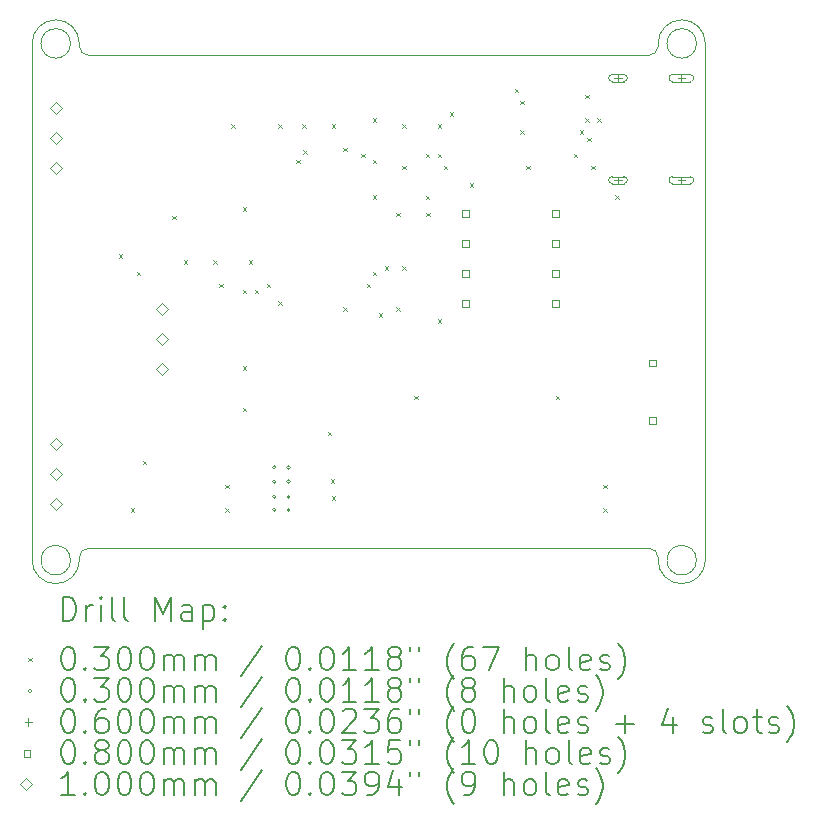
<source format=gbr>
%TF.GenerationSoftware,KiCad,Pcbnew,8.0.6*%
%TF.CreationDate,2025-06-01T13:35:15-05:00*%
%TF.ProjectId,TPS_Calibration_Board,5450535f-4361-46c6-9962-726174696f6e,rev?*%
%TF.SameCoordinates,Original*%
%TF.FileFunction,Drillmap*%
%TF.FilePolarity,Positive*%
%FSLAX45Y45*%
G04 Gerber Fmt 4.5, Leading zero omitted, Abs format (unit mm)*
G04 Created by KiCad (PCBNEW 8.0.6) date 2025-06-01 13:35:15*
%MOMM*%
%LPD*%
G01*
G04 APERTURE LIST*
%ADD10C,0.050000*%
%ADD11C,0.200000*%
%ADD12C,0.100000*%
G04 APERTURE END LIST*
D10*
X7350000Y-6104000D02*
G75*
G02*
X7150000Y-6304000I-200000J0D01*
G01*
X7275000Y-1729000D02*
G75*
G02*
X7025000Y-1729000I-125000J0D01*
G01*
X7025000Y-1729000D02*
G75*
G02*
X7275000Y-1729000I125000J0D01*
G01*
X7350000Y-1729000D02*
X7350000Y-6104000D01*
X1850000Y-1529000D02*
G75*
G02*
X2050000Y-1729000I0J-200000D01*
G01*
X2050000Y-1729000D02*
X2050000Y-1754000D01*
X1850000Y-6304000D02*
G75*
G02*
X1650000Y-6104000I0J200000D01*
G01*
X1650000Y-1729000D02*
G75*
G02*
X1850000Y-1529000I200000J0D01*
G01*
X2125000Y-6004000D02*
X6875000Y-6004000D01*
X6875000Y-1829000D02*
X2125000Y-1829000D01*
X6950000Y-1729000D02*
G75*
G02*
X7150000Y-1529000I200000J0D01*
G01*
X2125000Y-1829000D02*
G75*
G02*
X2050000Y-1754000I0J75000D01*
G01*
X6950000Y-6104000D02*
X6950000Y-6079000D01*
X2050000Y-6104000D02*
G75*
G02*
X1850000Y-6304000I-200000J0D01*
G01*
X6950000Y-1729000D02*
X6950000Y-1754000D01*
X1975000Y-1729000D02*
G75*
G02*
X1725000Y-1729000I-125000J0D01*
G01*
X1725000Y-1729000D02*
G75*
G02*
X1975000Y-1729000I125000J0D01*
G01*
X1650000Y-1729000D02*
X1650000Y-6104000D01*
X1975000Y-6104000D02*
G75*
G02*
X1725000Y-6104000I-125000J0D01*
G01*
X1725000Y-6104000D02*
G75*
G02*
X1975000Y-6104000I125000J0D01*
G01*
X7150000Y-6304000D02*
G75*
G02*
X6950000Y-6104000I0J200000D01*
G01*
X7150000Y-1529000D02*
G75*
G02*
X7350000Y-1729000I0J-200000D01*
G01*
X2050000Y-6079000D02*
G75*
G02*
X2125000Y-6004000I75000J0D01*
G01*
X6875000Y-6004000D02*
G75*
G02*
X6950000Y-6079000I0J-75000D01*
G01*
X7275000Y-6104000D02*
G75*
G02*
X7025000Y-6104000I-125000J0D01*
G01*
X7025000Y-6104000D02*
G75*
G02*
X7275000Y-6104000I125000J0D01*
G01*
X2050000Y-6079000D02*
X2050000Y-6104000D01*
X6950000Y-1754000D02*
G75*
G02*
X6875000Y-1829000I-75000J0D01*
G01*
D11*
D12*
X2385000Y-3514000D02*
X2415000Y-3544000D01*
X2415000Y-3514000D02*
X2385000Y-3544000D01*
X2485000Y-5664000D02*
X2515000Y-5694000D01*
X2515000Y-5664000D02*
X2485000Y-5694000D01*
X2535000Y-3664000D02*
X2565000Y-3694000D01*
X2565000Y-3664000D02*
X2535000Y-3694000D01*
X2585000Y-5264000D02*
X2615000Y-5294000D01*
X2615000Y-5264000D02*
X2585000Y-5294000D01*
X2835000Y-3189000D02*
X2865000Y-3219000D01*
X2865000Y-3189000D02*
X2835000Y-3219000D01*
X2935000Y-3564000D02*
X2965000Y-3594000D01*
X2965000Y-3564000D02*
X2935000Y-3594000D01*
X3185000Y-3564000D02*
X3215000Y-3594000D01*
X3215000Y-3564000D02*
X3185000Y-3594000D01*
X3235000Y-3764000D02*
X3265000Y-3794000D01*
X3265000Y-3764000D02*
X3235000Y-3794000D01*
X3285000Y-5464000D02*
X3315000Y-5494000D01*
X3315000Y-5464000D02*
X3285000Y-5494000D01*
X3285000Y-5664000D02*
X3315000Y-5694000D01*
X3315000Y-5664000D02*
X3285000Y-5694000D01*
X3335000Y-2414000D02*
X3365000Y-2444000D01*
X3365000Y-2414000D02*
X3335000Y-2444000D01*
X3435000Y-3114000D02*
X3465000Y-3144000D01*
X3465000Y-3114000D02*
X3435000Y-3144000D01*
X3435000Y-3814000D02*
X3465000Y-3844000D01*
X3465000Y-3814000D02*
X3435000Y-3844000D01*
X3435000Y-4464000D02*
X3465000Y-4494000D01*
X3465000Y-4464000D02*
X3435000Y-4494000D01*
X3435000Y-4814000D02*
X3465000Y-4844000D01*
X3465000Y-4814000D02*
X3435000Y-4844000D01*
X3485000Y-3564000D02*
X3515000Y-3594000D01*
X3515000Y-3564000D02*
X3485000Y-3594000D01*
X3535000Y-3814000D02*
X3565000Y-3844000D01*
X3565000Y-3814000D02*
X3535000Y-3844000D01*
X3635000Y-3764000D02*
X3665000Y-3794000D01*
X3665000Y-3764000D02*
X3635000Y-3794000D01*
X3735000Y-2414000D02*
X3765000Y-2444000D01*
X3765000Y-2414000D02*
X3735000Y-2444000D01*
X3735000Y-3914000D02*
X3765000Y-3944000D01*
X3765000Y-3914000D02*
X3735000Y-3944000D01*
X3885000Y-2714000D02*
X3915000Y-2744000D01*
X3915000Y-2714000D02*
X3885000Y-2744000D01*
X3935000Y-2414000D02*
X3965000Y-2444000D01*
X3965000Y-2414000D02*
X3935000Y-2444000D01*
X3945318Y-2633731D02*
X3975318Y-2663731D01*
X3975318Y-2633731D02*
X3945318Y-2663731D01*
X4154349Y-5015478D02*
X4184349Y-5045478D01*
X4184349Y-5015478D02*
X4154349Y-5045478D01*
X4178500Y-5420500D02*
X4208500Y-5450500D01*
X4208500Y-5420500D02*
X4178500Y-5450500D01*
X4185000Y-2414000D02*
X4215000Y-2444000D01*
X4215000Y-2414000D02*
X4185000Y-2444000D01*
X4185000Y-5564000D02*
X4215000Y-5594000D01*
X4215000Y-5564000D02*
X4185000Y-5594000D01*
X4285000Y-2614000D02*
X4315000Y-2644000D01*
X4315000Y-2614000D02*
X4285000Y-2644000D01*
X4285000Y-3964000D02*
X4315000Y-3994000D01*
X4315000Y-3964000D02*
X4285000Y-3994000D01*
X4435000Y-2664000D02*
X4465000Y-2694000D01*
X4465000Y-2664000D02*
X4435000Y-2694000D01*
X4485000Y-3764000D02*
X4515000Y-3794000D01*
X4515000Y-3764000D02*
X4485000Y-3794000D01*
X4535000Y-2364000D02*
X4565000Y-2394000D01*
X4565000Y-2364000D02*
X4535000Y-2394000D01*
X4535000Y-2714000D02*
X4565000Y-2744000D01*
X4565000Y-2714000D02*
X4535000Y-2744000D01*
X4535000Y-3014000D02*
X4565000Y-3044000D01*
X4565000Y-3014000D02*
X4535000Y-3044000D01*
X4535000Y-3664000D02*
X4565000Y-3694000D01*
X4565000Y-3664000D02*
X4535000Y-3694000D01*
X4585000Y-4014000D02*
X4615000Y-4044000D01*
X4615000Y-4014000D02*
X4585000Y-4044000D01*
X4635000Y-3614000D02*
X4665000Y-3644000D01*
X4665000Y-3614000D02*
X4635000Y-3644000D01*
X4735000Y-3164000D02*
X4765000Y-3194000D01*
X4765000Y-3164000D02*
X4735000Y-3194000D01*
X4735000Y-3964000D02*
X4765000Y-3994000D01*
X4765000Y-3964000D02*
X4735000Y-3994000D01*
X4785000Y-2414000D02*
X4815000Y-2444000D01*
X4815000Y-2414000D02*
X4785000Y-2444000D01*
X4785000Y-2764000D02*
X4815000Y-2794000D01*
X4815000Y-2764000D02*
X4785000Y-2794000D01*
X4785000Y-3614000D02*
X4815000Y-3644000D01*
X4815000Y-3614000D02*
X4785000Y-3644000D01*
X4885000Y-4714000D02*
X4915000Y-4744000D01*
X4915000Y-4714000D02*
X4885000Y-4744000D01*
X4982747Y-2664121D02*
X5012747Y-2694121D01*
X5012747Y-2664121D02*
X4982747Y-2694121D01*
X4982846Y-3017244D02*
X5012846Y-3047244D01*
X5012846Y-3017244D02*
X4982846Y-3047244D01*
X4985000Y-3164000D02*
X5015000Y-3194000D01*
X5015000Y-3164000D02*
X4985000Y-3194000D01*
X5085000Y-2414000D02*
X5115000Y-2444000D01*
X5115000Y-2414000D02*
X5085000Y-2444000D01*
X5085000Y-2664000D02*
X5115000Y-2694000D01*
X5115000Y-2664000D02*
X5085000Y-2694000D01*
X5085000Y-4064000D02*
X5115000Y-4094000D01*
X5115000Y-4064000D02*
X5085000Y-4094000D01*
X5135000Y-2764000D02*
X5165000Y-2794000D01*
X5165000Y-2764000D02*
X5135000Y-2794000D01*
X5185000Y-2314000D02*
X5215000Y-2344000D01*
X5215000Y-2314000D02*
X5185000Y-2344000D01*
X5355904Y-2915071D02*
X5385904Y-2945071D01*
X5385904Y-2915071D02*
X5355904Y-2945071D01*
X5735000Y-2114000D02*
X5765000Y-2144000D01*
X5765000Y-2114000D02*
X5735000Y-2144000D01*
X5785000Y-2214000D02*
X5815000Y-2244000D01*
X5815000Y-2214000D02*
X5785000Y-2244000D01*
X5785000Y-2464000D02*
X5815000Y-2494000D01*
X5815000Y-2464000D02*
X5785000Y-2494000D01*
X5835000Y-2764000D02*
X5865000Y-2794000D01*
X5865000Y-2764000D02*
X5835000Y-2794000D01*
X6085000Y-4714000D02*
X6115000Y-4744000D01*
X6115000Y-4714000D02*
X6085000Y-4744000D01*
X6235000Y-2664000D02*
X6265000Y-2694000D01*
X6265000Y-2664000D02*
X6235000Y-2694000D01*
X6285000Y-2464000D02*
X6315000Y-2494000D01*
X6315000Y-2464000D02*
X6285000Y-2494000D01*
X6335000Y-2164000D02*
X6365000Y-2194000D01*
X6365000Y-2164000D02*
X6335000Y-2194000D01*
X6335000Y-2364000D02*
X6365000Y-2394000D01*
X6365000Y-2364000D02*
X6335000Y-2394000D01*
X6348571Y-2529000D02*
X6378571Y-2559000D01*
X6378571Y-2529000D02*
X6348571Y-2559000D01*
X6385000Y-2764000D02*
X6415000Y-2794000D01*
X6415000Y-2764000D02*
X6385000Y-2794000D01*
X6435000Y-2364000D02*
X6465000Y-2394000D01*
X6465000Y-2364000D02*
X6435000Y-2394000D01*
X6485000Y-5464000D02*
X6515000Y-5494000D01*
X6515000Y-5464000D02*
X6485000Y-5494000D01*
X6485000Y-5664000D02*
X6515000Y-5694000D01*
X6515000Y-5664000D02*
X6485000Y-5694000D01*
X6585000Y-3014000D02*
X6615000Y-3044000D01*
X6615000Y-3014000D02*
X6585000Y-3044000D01*
X3715000Y-5319000D02*
G75*
G02*
X3685000Y-5319000I-15000J0D01*
G01*
X3685000Y-5319000D02*
G75*
G02*
X3715000Y-5319000I15000J0D01*
G01*
X3715000Y-5439000D02*
G75*
G02*
X3685000Y-5439000I-15000J0D01*
G01*
X3685000Y-5439000D02*
G75*
G02*
X3715000Y-5439000I15000J0D01*
G01*
X3715000Y-5569000D02*
G75*
G02*
X3685000Y-5569000I-15000J0D01*
G01*
X3685000Y-5569000D02*
G75*
G02*
X3715000Y-5569000I15000J0D01*
G01*
X3715000Y-5679000D02*
G75*
G02*
X3685000Y-5679000I-15000J0D01*
G01*
X3685000Y-5679000D02*
G75*
G02*
X3715000Y-5679000I15000J0D01*
G01*
X3835000Y-5319000D02*
G75*
G02*
X3805000Y-5319000I-15000J0D01*
G01*
X3805000Y-5319000D02*
G75*
G02*
X3835000Y-5319000I15000J0D01*
G01*
X3835000Y-5439000D02*
G75*
G02*
X3805000Y-5439000I-15000J0D01*
G01*
X3805000Y-5439000D02*
G75*
G02*
X3835000Y-5439000I15000J0D01*
G01*
X3835000Y-5569000D02*
G75*
G02*
X3805000Y-5569000I-15000J0D01*
G01*
X3805000Y-5569000D02*
G75*
G02*
X3835000Y-5569000I15000J0D01*
G01*
X3835000Y-5679000D02*
G75*
G02*
X3805000Y-5679000I-15000J0D01*
G01*
X3805000Y-5679000D02*
G75*
G02*
X3835000Y-5679000I15000J0D01*
G01*
X6611000Y-1992000D02*
X6611000Y-2052000D01*
X6581000Y-2022000D02*
X6641000Y-2022000D01*
X6561000Y-2052000D02*
X6661000Y-2052000D01*
X6661000Y-1992000D02*
G75*
G02*
X6661000Y-2052000I0J-30000D01*
G01*
X6661000Y-1992000D02*
X6561000Y-1992000D01*
X6561000Y-1992000D02*
G75*
G03*
X6561000Y-2052000I0J-30000D01*
G01*
X6611000Y-2856000D02*
X6611000Y-2916000D01*
X6581000Y-2886000D02*
X6641000Y-2886000D01*
X6561000Y-2916000D02*
X6661000Y-2916000D01*
X6661000Y-2856000D02*
G75*
G02*
X6661000Y-2916000I0J-30000D01*
G01*
X6661000Y-2856000D02*
X6561000Y-2856000D01*
X6561000Y-2856000D02*
G75*
G03*
X6561000Y-2916000I0J-30000D01*
G01*
X7147000Y-1992000D02*
X7147000Y-2052000D01*
X7117000Y-2022000D02*
X7177000Y-2022000D01*
X7072000Y-2052000D02*
X7222000Y-2052000D01*
X7222000Y-1992000D02*
G75*
G02*
X7222000Y-2052000I0J-30000D01*
G01*
X7222000Y-1992000D02*
X7072000Y-1992000D01*
X7072000Y-1992000D02*
G75*
G03*
X7072000Y-2052000I0J-30000D01*
G01*
X7147000Y-2856000D02*
X7147000Y-2916000D01*
X7117000Y-2886000D02*
X7177000Y-2886000D01*
X7072000Y-2916000D02*
X7222000Y-2916000D01*
X7222000Y-2856000D02*
G75*
G02*
X7222000Y-2916000I0J-30000D01*
G01*
X7222000Y-2856000D02*
X7072000Y-2856000D01*
X7072000Y-2856000D02*
G75*
G03*
X7072000Y-2916000I0J-30000D01*
G01*
X5348285Y-3195284D02*
X5348285Y-3138715D01*
X5291716Y-3138715D01*
X5291716Y-3195284D01*
X5348285Y-3195284D01*
X5348285Y-3449284D02*
X5348285Y-3392715D01*
X5291716Y-3392715D01*
X5291716Y-3449284D01*
X5348285Y-3449284D01*
X5348285Y-3703284D02*
X5348285Y-3646715D01*
X5291716Y-3646715D01*
X5291716Y-3703284D01*
X5348285Y-3703284D01*
X5348285Y-3957284D02*
X5348285Y-3900715D01*
X5291716Y-3900715D01*
X5291716Y-3957284D01*
X5348285Y-3957284D01*
X6110284Y-3195284D02*
X6110284Y-3138715D01*
X6053715Y-3138715D01*
X6053715Y-3195284D01*
X6110284Y-3195284D01*
X6110284Y-3449284D02*
X6110284Y-3392715D01*
X6053715Y-3392715D01*
X6053715Y-3449284D01*
X6110284Y-3449284D01*
X6110284Y-3703284D02*
X6110284Y-3646715D01*
X6053715Y-3646715D01*
X6053715Y-3703284D01*
X6110284Y-3703284D01*
X6110284Y-3957284D02*
X6110284Y-3900715D01*
X6053715Y-3900715D01*
X6053715Y-3957284D01*
X6110284Y-3957284D01*
X6928284Y-4462285D02*
X6928284Y-4405716D01*
X6871715Y-4405716D01*
X6871715Y-4462285D01*
X6928284Y-4462285D01*
X6928284Y-4950285D02*
X6928284Y-4893716D01*
X6871715Y-4893716D01*
X6871715Y-4950285D01*
X6928284Y-4950285D01*
X1850000Y-2326500D02*
X1900000Y-2276500D01*
X1850000Y-2226500D01*
X1800000Y-2276500D01*
X1850000Y-2326500D01*
X1850000Y-2580500D02*
X1900000Y-2530500D01*
X1850000Y-2480500D01*
X1800000Y-2530500D01*
X1850000Y-2580500D01*
X1850000Y-2834500D02*
X1900000Y-2784500D01*
X1850000Y-2734500D01*
X1800000Y-2784500D01*
X1850000Y-2834500D01*
X1850000Y-5171000D02*
X1900000Y-5121000D01*
X1850000Y-5071000D01*
X1800000Y-5121000D01*
X1850000Y-5171000D01*
X1850000Y-5425000D02*
X1900000Y-5375000D01*
X1850000Y-5325000D01*
X1800000Y-5375000D01*
X1850000Y-5425000D01*
X1850000Y-5679000D02*
X1900000Y-5629000D01*
X1850000Y-5579000D01*
X1800000Y-5629000D01*
X1850000Y-5679000D01*
X2750000Y-4025000D02*
X2800000Y-3975000D01*
X2750000Y-3925000D01*
X2700000Y-3975000D01*
X2750000Y-4025000D01*
X2750000Y-4279000D02*
X2800000Y-4229000D01*
X2750000Y-4179000D01*
X2700000Y-4229000D01*
X2750000Y-4279000D01*
X2750000Y-4533000D02*
X2800000Y-4483000D01*
X2750000Y-4433000D01*
X2700000Y-4483000D01*
X2750000Y-4533000D01*
D11*
X1908277Y-6617984D02*
X1908277Y-6417984D01*
X1908277Y-6417984D02*
X1955896Y-6417984D01*
X1955896Y-6417984D02*
X1984467Y-6427508D01*
X1984467Y-6427508D02*
X2003515Y-6446555D01*
X2003515Y-6446555D02*
X2013039Y-6465603D01*
X2013039Y-6465603D02*
X2022562Y-6503698D01*
X2022562Y-6503698D02*
X2022562Y-6532269D01*
X2022562Y-6532269D02*
X2013039Y-6570365D01*
X2013039Y-6570365D02*
X2003515Y-6589412D01*
X2003515Y-6589412D02*
X1984467Y-6608460D01*
X1984467Y-6608460D02*
X1955896Y-6617984D01*
X1955896Y-6617984D02*
X1908277Y-6617984D01*
X2108277Y-6617984D02*
X2108277Y-6484650D01*
X2108277Y-6522746D02*
X2117801Y-6503698D01*
X2117801Y-6503698D02*
X2127324Y-6494174D01*
X2127324Y-6494174D02*
X2146372Y-6484650D01*
X2146372Y-6484650D02*
X2165420Y-6484650D01*
X2232086Y-6617984D02*
X2232086Y-6484650D01*
X2232086Y-6417984D02*
X2222563Y-6427508D01*
X2222563Y-6427508D02*
X2232086Y-6437031D01*
X2232086Y-6437031D02*
X2241610Y-6427508D01*
X2241610Y-6427508D02*
X2232086Y-6417984D01*
X2232086Y-6417984D02*
X2232086Y-6437031D01*
X2355896Y-6617984D02*
X2336848Y-6608460D01*
X2336848Y-6608460D02*
X2327324Y-6589412D01*
X2327324Y-6589412D02*
X2327324Y-6417984D01*
X2460658Y-6617984D02*
X2441610Y-6608460D01*
X2441610Y-6608460D02*
X2432086Y-6589412D01*
X2432086Y-6589412D02*
X2432086Y-6417984D01*
X2689229Y-6617984D02*
X2689229Y-6417984D01*
X2689229Y-6417984D02*
X2755896Y-6560841D01*
X2755896Y-6560841D02*
X2822562Y-6417984D01*
X2822562Y-6417984D02*
X2822562Y-6617984D01*
X3003515Y-6617984D02*
X3003515Y-6513222D01*
X3003515Y-6513222D02*
X2993991Y-6494174D01*
X2993991Y-6494174D02*
X2974943Y-6484650D01*
X2974943Y-6484650D02*
X2936848Y-6484650D01*
X2936848Y-6484650D02*
X2917801Y-6494174D01*
X3003515Y-6608460D02*
X2984467Y-6617984D01*
X2984467Y-6617984D02*
X2936848Y-6617984D01*
X2936848Y-6617984D02*
X2917801Y-6608460D01*
X2917801Y-6608460D02*
X2908277Y-6589412D01*
X2908277Y-6589412D02*
X2908277Y-6570365D01*
X2908277Y-6570365D02*
X2917801Y-6551317D01*
X2917801Y-6551317D02*
X2936848Y-6541793D01*
X2936848Y-6541793D02*
X2984467Y-6541793D01*
X2984467Y-6541793D02*
X3003515Y-6532269D01*
X3098753Y-6484650D02*
X3098753Y-6684650D01*
X3098753Y-6494174D02*
X3117801Y-6484650D01*
X3117801Y-6484650D02*
X3155896Y-6484650D01*
X3155896Y-6484650D02*
X3174943Y-6494174D01*
X3174943Y-6494174D02*
X3184467Y-6503698D01*
X3184467Y-6503698D02*
X3193991Y-6522746D01*
X3193991Y-6522746D02*
X3193991Y-6579888D01*
X3193991Y-6579888D02*
X3184467Y-6598936D01*
X3184467Y-6598936D02*
X3174943Y-6608460D01*
X3174943Y-6608460D02*
X3155896Y-6617984D01*
X3155896Y-6617984D02*
X3117801Y-6617984D01*
X3117801Y-6617984D02*
X3098753Y-6608460D01*
X3279705Y-6598936D02*
X3289229Y-6608460D01*
X3289229Y-6608460D02*
X3279705Y-6617984D01*
X3279705Y-6617984D02*
X3270182Y-6608460D01*
X3270182Y-6608460D02*
X3279705Y-6598936D01*
X3279705Y-6598936D02*
X3279705Y-6617984D01*
X3279705Y-6494174D02*
X3289229Y-6503698D01*
X3289229Y-6503698D02*
X3279705Y-6513222D01*
X3279705Y-6513222D02*
X3270182Y-6503698D01*
X3270182Y-6503698D02*
X3279705Y-6494174D01*
X3279705Y-6494174D02*
X3279705Y-6513222D01*
D12*
X1617500Y-6931500D02*
X1647500Y-6961500D01*
X1647500Y-6931500D02*
X1617500Y-6961500D01*
D11*
X1946372Y-6837984D02*
X1965420Y-6837984D01*
X1965420Y-6837984D02*
X1984467Y-6847508D01*
X1984467Y-6847508D02*
X1993991Y-6857031D01*
X1993991Y-6857031D02*
X2003515Y-6876079D01*
X2003515Y-6876079D02*
X2013039Y-6914174D01*
X2013039Y-6914174D02*
X2013039Y-6961793D01*
X2013039Y-6961793D02*
X2003515Y-6999888D01*
X2003515Y-6999888D02*
X1993991Y-7018936D01*
X1993991Y-7018936D02*
X1984467Y-7028460D01*
X1984467Y-7028460D02*
X1965420Y-7037984D01*
X1965420Y-7037984D02*
X1946372Y-7037984D01*
X1946372Y-7037984D02*
X1927324Y-7028460D01*
X1927324Y-7028460D02*
X1917801Y-7018936D01*
X1917801Y-7018936D02*
X1908277Y-6999888D01*
X1908277Y-6999888D02*
X1898753Y-6961793D01*
X1898753Y-6961793D02*
X1898753Y-6914174D01*
X1898753Y-6914174D02*
X1908277Y-6876079D01*
X1908277Y-6876079D02*
X1917801Y-6857031D01*
X1917801Y-6857031D02*
X1927324Y-6847508D01*
X1927324Y-6847508D02*
X1946372Y-6837984D01*
X2098753Y-7018936D02*
X2108277Y-7028460D01*
X2108277Y-7028460D02*
X2098753Y-7037984D01*
X2098753Y-7037984D02*
X2089229Y-7028460D01*
X2089229Y-7028460D02*
X2098753Y-7018936D01*
X2098753Y-7018936D02*
X2098753Y-7037984D01*
X2174944Y-6837984D02*
X2298753Y-6837984D01*
X2298753Y-6837984D02*
X2232086Y-6914174D01*
X2232086Y-6914174D02*
X2260658Y-6914174D01*
X2260658Y-6914174D02*
X2279705Y-6923698D01*
X2279705Y-6923698D02*
X2289229Y-6933222D01*
X2289229Y-6933222D02*
X2298753Y-6952269D01*
X2298753Y-6952269D02*
X2298753Y-6999888D01*
X2298753Y-6999888D02*
X2289229Y-7018936D01*
X2289229Y-7018936D02*
X2279705Y-7028460D01*
X2279705Y-7028460D02*
X2260658Y-7037984D01*
X2260658Y-7037984D02*
X2203515Y-7037984D01*
X2203515Y-7037984D02*
X2184467Y-7028460D01*
X2184467Y-7028460D02*
X2174944Y-7018936D01*
X2422563Y-6837984D02*
X2441610Y-6837984D01*
X2441610Y-6837984D02*
X2460658Y-6847508D01*
X2460658Y-6847508D02*
X2470182Y-6857031D01*
X2470182Y-6857031D02*
X2479705Y-6876079D01*
X2479705Y-6876079D02*
X2489229Y-6914174D01*
X2489229Y-6914174D02*
X2489229Y-6961793D01*
X2489229Y-6961793D02*
X2479705Y-6999888D01*
X2479705Y-6999888D02*
X2470182Y-7018936D01*
X2470182Y-7018936D02*
X2460658Y-7028460D01*
X2460658Y-7028460D02*
X2441610Y-7037984D01*
X2441610Y-7037984D02*
X2422563Y-7037984D01*
X2422563Y-7037984D02*
X2403515Y-7028460D01*
X2403515Y-7028460D02*
X2393991Y-7018936D01*
X2393991Y-7018936D02*
X2384467Y-6999888D01*
X2384467Y-6999888D02*
X2374944Y-6961793D01*
X2374944Y-6961793D02*
X2374944Y-6914174D01*
X2374944Y-6914174D02*
X2384467Y-6876079D01*
X2384467Y-6876079D02*
X2393991Y-6857031D01*
X2393991Y-6857031D02*
X2403515Y-6847508D01*
X2403515Y-6847508D02*
X2422563Y-6837984D01*
X2613039Y-6837984D02*
X2632086Y-6837984D01*
X2632086Y-6837984D02*
X2651134Y-6847508D01*
X2651134Y-6847508D02*
X2660658Y-6857031D01*
X2660658Y-6857031D02*
X2670182Y-6876079D01*
X2670182Y-6876079D02*
X2679705Y-6914174D01*
X2679705Y-6914174D02*
X2679705Y-6961793D01*
X2679705Y-6961793D02*
X2670182Y-6999888D01*
X2670182Y-6999888D02*
X2660658Y-7018936D01*
X2660658Y-7018936D02*
X2651134Y-7028460D01*
X2651134Y-7028460D02*
X2632086Y-7037984D01*
X2632086Y-7037984D02*
X2613039Y-7037984D01*
X2613039Y-7037984D02*
X2593991Y-7028460D01*
X2593991Y-7028460D02*
X2584467Y-7018936D01*
X2584467Y-7018936D02*
X2574944Y-6999888D01*
X2574944Y-6999888D02*
X2565420Y-6961793D01*
X2565420Y-6961793D02*
X2565420Y-6914174D01*
X2565420Y-6914174D02*
X2574944Y-6876079D01*
X2574944Y-6876079D02*
X2584467Y-6857031D01*
X2584467Y-6857031D02*
X2593991Y-6847508D01*
X2593991Y-6847508D02*
X2613039Y-6837984D01*
X2765420Y-7037984D02*
X2765420Y-6904650D01*
X2765420Y-6923698D02*
X2774944Y-6914174D01*
X2774944Y-6914174D02*
X2793991Y-6904650D01*
X2793991Y-6904650D02*
X2822563Y-6904650D01*
X2822563Y-6904650D02*
X2841610Y-6914174D01*
X2841610Y-6914174D02*
X2851134Y-6933222D01*
X2851134Y-6933222D02*
X2851134Y-7037984D01*
X2851134Y-6933222D02*
X2860658Y-6914174D01*
X2860658Y-6914174D02*
X2879705Y-6904650D01*
X2879705Y-6904650D02*
X2908277Y-6904650D01*
X2908277Y-6904650D02*
X2927324Y-6914174D01*
X2927324Y-6914174D02*
X2936848Y-6933222D01*
X2936848Y-6933222D02*
X2936848Y-7037984D01*
X3032086Y-7037984D02*
X3032086Y-6904650D01*
X3032086Y-6923698D02*
X3041610Y-6914174D01*
X3041610Y-6914174D02*
X3060658Y-6904650D01*
X3060658Y-6904650D02*
X3089229Y-6904650D01*
X3089229Y-6904650D02*
X3108277Y-6914174D01*
X3108277Y-6914174D02*
X3117801Y-6933222D01*
X3117801Y-6933222D02*
X3117801Y-7037984D01*
X3117801Y-6933222D02*
X3127324Y-6914174D01*
X3127324Y-6914174D02*
X3146372Y-6904650D01*
X3146372Y-6904650D02*
X3174943Y-6904650D01*
X3174943Y-6904650D02*
X3193991Y-6914174D01*
X3193991Y-6914174D02*
X3203515Y-6933222D01*
X3203515Y-6933222D02*
X3203515Y-7037984D01*
X3593991Y-6828460D02*
X3422563Y-7085603D01*
X3851134Y-6837984D02*
X3870182Y-6837984D01*
X3870182Y-6837984D02*
X3889229Y-6847508D01*
X3889229Y-6847508D02*
X3898753Y-6857031D01*
X3898753Y-6857031D02*
X3908277Y-6876079D01*
X3908277Y-6876079D02*
X3917801Y-6914174D01*
X3917801Y-6914174D02*
X3917801Y-6961793D01*
X3917801Y-6961793D02*
X3908277Y-6999888D01*
X3908277Y-6999888D02*
X3898753Y-7018936D01*
X3898753Y-7018936D02*
X3889229Y-7028460D01*
X3889229Y-7028460D02*
X3870182Y-7037984D01*
X3870182Y-7037984D02*
X3851134Y-7037984D01*
X3851134Y-7037984D02*
X3832086Y-7028460D01*
X3832086Y-7028460D02*
X3822563Y-7018936D01*
X3822563Y-7018936D02*
X3813039Y-6999888D01*
X3813039Y-6999888D02*
X3803515Y-6961793D01*
X3803515Y-6961793D02*
X3803515Y-6914174D01*
X3803515Y-6914174D02*
X3813039Y-6876079D01*
X3813039Y-6876079D02*
X3822563Y-6857031D01*
X3822563Y-6857031D02*
X3832086Y-6847508D01*
X3832086Y-6847508D02*
X3851134Y-6837984D01*
X4003515Y-7018936D02*
X4013039Y-7028460D01*
X4013039Y-7028460D02*
X4003515Y-7037984D01*
X4003515Y-7037984D02*
X3993991Y-7028460D01*
X3993991Y-7028460D02*
X4003515Y-7018936D01*
X4003515Y-7018936D02*
X4003515Y-7037984D01*
X4136848Y-6837984D02*
X4155896Y-6837984D01*
X4155896Y-6837984D02*
X4174944Y-6847508D01*
X4174944Y-6847508D02*
X4184467Y-6857031D01*
X4184467Y-6857031D02*
X4193991Y-6876079D01*
X4193991Y-6876079D02*
X4203515Y-6914174D01*
X4203515Y-6914174D02*
X4203515Y-6961793D01*
X4203515Y-6961793D02*
X4193991Y-6999888D01*
X4193991Y-6999888D02*
X4184467Y-7018936D01*
X4184467Y-7018936D02*
X4174944Y-7028460D01*
X4174944Y-7028460D02*
X4155896Y-7037984D01*
X4155896Y-7037984D02*
X4136848Y-7037984D01*
X4136848Y-7037984D02*
X4117801Y-7028460D01*
X4117801Y-7028460D02*
X4108277Y-7018936D01*
X4108277Y-7018936D02*
X4098753Y-6999888D01*
X4098753Y-6999888D02*
X4089229Y-6961793D01*
X4089229Y-6961793D02*
X4089229Y-6914174D01*
X4089229Y-6914174D02*
X4098753Y-6876079D01*
X4098753Y-6876079D02*
X4108277Y-6857031D01*
X4108277Y-6857031D02*
X4117801Y-6847508D01*
X4117801Y-6847508D02*
X4136848Y-6837984D01*
X4393991Y-7037984D02*
X4279706Y-7037984D01*
X4336848Y-7037984D02*
X4336848Y-6837984D01*
X4336848Y-6837984D02*
X4317801Y-6866555D01*
X4317801Y-6866555D02*
X4298753Y-6885603D01*
X4298753Y-6885603D02*
X4279706Y-6895127D01*
X4584468Y-7037984D02*
X4470182Y-7037984D01*
X4527325Y-7037984D02*
X4527325Y-6837984D01*
X4527325Y-6837984D02*
X4508277Y-6866555D01*
X4508277Y-6866555D02*
X4489229Y-6885603D01*
X4489229Y-6885603D02*
X4470182Y-6895127D01*
X4698753Y-6923698D02*
X4679706Y-6914174D01*
X4679706Y-6914174D02*
X4670182Y-6904650D01*
X4670182Y-6904650D02*
X4660658Y-6885603D01*
X4660658Y-6885603D02*
X4660658Y-6876079D01*
X4660658Y-6876079D02*
X4670182Y-6857031D01*
X4670182Y-6857031D02*
X4679706Y-6847508D01*
X4679706Y-6847508D02*
X4698753Y-6837984D01*
X4698753Y-6837984D02*
X4736849Y-6837984D01*
X4736849Y-6837984D02*
X4755896Y-6847508D01*
X4755896Y-6847508D02*
X4765420Y-6857031D01*
X4765420Y-6857031D02*
X4774944Y-6876079D01*
X4774944Y-6876079D02*
X4774944Y-6885603D01*
X4774944Y-6885603D02*
X4765420Y-6904650D01*
X4765420Y-6904650D02*
X4755896Y-6914174D01*
X4755896Y-6914174D02*
X4736849Y-6923698D01*
X4736849Y-6923698D02*
X4698753Y-6923698D01*
X4698753Y-6923698D02*
X4679706Y-6933222D01*
X4679706Y-6933222D02*
X4670182Y-6942746D01*
X4670182Y-6942746D02*
X4660658Y-6961793D01*
X4660658Y-6961793D02*
X4660658Y-6999888D01*
X4660658Y-6999888D02*
X4670182Y-7018936D01*
X4670182Y-7018936D02*
X4679706Y-7028460D01*
X4679706Y-7028460D02*
X4698753Y-7037984D01*
X4698753Y-7037984D02*
X4736849Y-7037984D01*
X4736849Y-7037984D02*
X4755896Y-7028460D01*
X4755896Y-7028460D02*
X4765420Y-7018936D01*
X4765420Y-7018936D02*
X4774944Y-6999888D01*
X4774944Y-6999888D02*
X4774944Y-6961793D01*
X4774944Y-6961793D02*
X4765420Y-6942746D01*
X4765420Y-6942746D02*
X4755896Y-6933222D01*
X4755896Y-6933222D02*
X4736849Y-6923698D01*
X4851134Y-6837984D02*
X4851134Y-6876079D01*
X4927325Y-6837984D02*
X4927325Y-6876079D01*
X5222563Y-7114174D02*
X5213039Y-7104650D01*
X5213039Y-7104650D02*
X5193991Y-7076079D01*
X5193991Y-7076079D02*
X5184468Y-7057031D01*
X5184468Y-7057031D02*
X5174944Y-7028460D01*
X5174944Y-7028460D02*
X5165420Y-6980841D01*
X5165420Y-6980841D02*
X5165420Y-6942746D01*
X5165420Y-6942746D02*
X5174944Y-6895127D01*
X5174944Y-6895127D02*
X5184468Y-6866555D01*
X5184468Y-6866555D02*
X5193991Y-6847508D01*
X5193991Y-6847508D02*
X5213039Y-6818936D01*
X5213039Y-6818936D02*
X5222563Y-6809412D01*
X5384468Y-6837984D02*
X5346372Y-6837984D01*
X5346372Y-6837984D02*
X5327325Y-6847508D01*
X5327325Y-6847508D02*
X5317801Y-6857031D01*
X5317801Y-6857031D02*
X5298753Y-6885603D01*
X5298753Y-6885603D02*
X5289230Y-6923698D01*
X5289230Y-6923698D02*
X5289230Y-6999888D01*
X5289230Y-6999888D02*
X5298753Y-7018936D01*
X5298753Y-7018936D02*
X5308277Y-7028460D01*
X5308277Y-7028460D02*
X5327325Y-7037984D01*
X5327325Y-7037984D02*
X5365420Y-7037984D01*
X5365420Y-7037984D02*
X5384468Y-7028460D01*
X5384468Y-7028460D02*
X5393991Y-7018936D01*
X5393991Y-7018936D02*
X5403515Y-6999888D01*
X5403515Y-6999888D02*
X5403515Y-6952269D01*
X5403515Y-6952269D02*
X5393991Y-6933222D01*
X5393991Y-6933222D02*
X5384468Y-6923698D01*
X5384468Y-6923698D02*
X5365420Y-6914174D01*
X5365420Y-6914174D02*
X5327325Y-6914174D01*
X5327325Y-6914174D02*
X5308277Y-6923698D01*
X5308277Y-6923698D02*
X5298753Y-6933222D01*
X5298753Y-6933222D02*
X5289230Y-6952269D01*
X5470182Y-6837984D02*
X5603515Y-6837984D01*
X5603515Y-6837984D02*
X5517801Y-7037984D01*
X5832087Y-7037984D02*
X5832087Y-6837984D01*
X5917801Y-7037984D02*
X5917801Y-6933222D01*
X5917801Y-6933222D02*
X5908277Y-6914174D01*
X5908277Y-6914174D02*
X5889230Y-6904650D01*
X5889230Y-6904650D02*
X5860658Y-6904650D01*
X5860658Y-6904650D02*
X5841610Y-6914174D01*
X5841610Y-6914174D02*
X5832087Y-6923698D01*
X6041610Y-7037984D02*
X6022563Y-7028460D01*
X6022563Y-7028460D02*
X6013039Y-7018936D01*
X6013039Y-7018936D02*
X6003515Y-6999888D01*
X6003515Y-6999888D02*
X6003515Y-6942746D01*
X6003515Y-6942746D02*
X6013039Y-6923698D01*
X6013039Y-6923698D02*
X6022563Y-6914174D01*
X6022563Y-6914174D02*
X6041610Y-6904650D01*
X6041610Y-6904650D02*
X6070182Y-6904650D01*
X6070182Y-6904650D02*
X6089230Y-6914174D01*
X6089230Y-6914174D02*
X6098753Y-6923698D01*
X6098753Y-6923698D02*
X6108277Y-6942746D01*
X6108277Y-6942746D02*
X6108277Y-6999888D01*
X6108277Y-6999888D02*
X6098753Y-7018936D01*
X6098753Y-7018936D02*
X6089230Y-7028460D01*
X6089230Y-7028460D02*
X6070182Y-7037984D01*
X6070182Y-7037984D02*
X6041610Y-7037984D01*
X6222563Y-7037984D02*
X6203515Y-7028460D01*
X6203515Y-7028460D02*
X6193991Y-7009412D01*
X6193991Y-7009412D02*
X6193991Y-6837984D01*
X6374944Y-7028460D02*
X6355896Y-7037984D01*
X6355896Y-7037984D02*
X6317801Y-7037984D01*
X6317801Y-7037984D02*
X6298753Y-7028460D01*
X6298753Y-7028460D02*
X6289230Y-7009412D01*
X6289230Y-7009412D02*
X6289230Y-6933222D01*
X6289230Y-6933222D02*
X6298753Y-6914174D01*
X6298753Y-6914174D02*
X6317801Y-6904650D01*
X6317801Y-6904650D02*
X6355896Y-6904650D01*
X6355896Y-6904650D02*
X6374944Y-6914174D01*
X6374944Y-6914174D02*
X6384468Y-6933222D01*
X6384468Y-6933222D02*
X6384468Y-6952269D01*
X6384468Y-6952269D02*
X6289230Y-6971317D01*
X6460658Y-7028460D02*
X6479706Y-7037984D01*
X6479706Y-7037984D02*
X6517801Y-7037984D01*
X6517801Y-7037984D02*
X6536849Y-7028460D01*
X6536849Y-7028460D02*
X6546372Y-7009412D01*
X6546372Y-7009412D02*
X6546372Y-6999888D01*
X6546372Y-6999888D02*
X6536849Y-6980841D01*
X6536849Y-6980841D02*
X6517801Y-6971317D01*
X6517801Y-6971317D02*
X6489230Y-6971317D01*
X6489230Y-6971317D02*
X6470182Y-6961793D01*
X6470182Y-6961793D02*
X6460658Y-6942746D01*
X6460658Y-6942746D02*
X6460658Y-6933222D01*
X6460658Y-6933222D02*
X6470182Y-6914174D01*
X6470182Y-6914174D02*
X6489230Y-6904650D01*
X6489230Y-6904650D02*
X6517801Y-6904650D01*
X6517801Y-6904650D02*
X6536849Y-6914174D01*
X6613039Y-7114174D02*
X6622563Y-7104650D01*
X6622563Y-7104650D02*
X6641611Y-7076079D01*
X6641611Y-7076079D02*
X6651134Y-7057031D01*
X6651134Y-7057031D02*
X6660658Y-7028460D01*
X6660658Y-7028460D02*
X6670182Y-6980841D01*
X6670182Y-6980841D02*
X6670182Y-6942746D01*
X6670182Y-6942746D02*
X6660658Y-6895127D01*
X6660658Y-6895127D02*
X6651134Y-6866555D01*
X6651134Y-6866555D02*
X6641611Y-6847508D01*
X6641611Y-6847508D02*
X6622563Y-6818936D01*
X6622563Y-6818936D02*
X6613039Y-6809412D01*
D12*
X1647500Y-7210500D02*
G75*
G02*
X1617500Y-7210500I-15000J0D01*
G01*
X1617500Y-7210500D02*
G75*
G02*
X1647500Y-7210500I15000J0D01*
G01*
D11*
X1946372Y-7101984D02*
X1965420Y-7101984D01*
X1965420Y-7101984D02*
X1984467Y-7111508D01*
X1984467Y-7111508D02*
X1993991Y-7121031D01*
X1993991Y-7121031D02*
X2003515Y-7140079D01*
X2003515Y-7140079D02*
X2013039Y-7178174D01*
X2013039Y-7178174D02*
X2013039Y-7225793D01*
X2013039Y-7225793D02*
X2003515Y-7263888D01*
X2003515Y-7263888D02*
X1993991Y-7282936D01*
X1993991Y-7282936D02*
X1984467Y-7292460D01*
X1984467Y-7292460D02*
X1965420Y-7301984D01*
X1965420Y-7301984D02*
X1946372Y-7301984D01*
X1946372Y-7301984D02*
X1927324Y-7292460D01*
X1927324Y-7292460D02*
X1917801Y-7282936D01*
X1917801Y-7282936D02*
X1908277Y-7263888D01*
X1908277Y-7263888D02*
X1898753Y-7225793D01*
X1898753Y-7225793D02*
X1898753Y-7178174D01*
X1898753Y-7178174D02*
X1908277Y-7140079D01*
X1908277Y-7140079D02*
X1917801Y-7121031D01*
X1917801Y-7121031D02*
X1927324Y-7111508D01*
X1927324Y-7111508D02*
X1946372Y-7101984D01*
X2098753Y-7282936D02*
X2108277Y-7292460D01*
X2108277Y-7292460D02*
X2098753Y-7301984D01*
X2098753Y-7301984D02*
X2089229Y-7292460D01*
X2089229Y-7292460D02*
X2098753Y-7282936D01*
X2098753Y-7282936D02*
X2098753Y-7301984D01*
X2174944Y-7101984D02*
X2298753Y-7101984D01*
X2298753Y-7101984D02*
X2232086Y-7178174D01*
X2232086Y-7178174D02*
X2260658Y-7178174D01*
X2260658Y-7178174D02*
X2279705Y-7187698D01*
X2279705Y-7187698D02*
X2289229Y-7197222D01*
X2289229Y-7197222D02*
X2298753Y-7216269D01*
X2298753Y-7216269D02*
X2298753Y-7263888D01*
X2298753Y-7263888D02*
X2289229Y-7282936D01*
X2289229Y-7282936D02*
X2279705Y-7292460D01*
X2279705Y-7292460D02*
X2260658Y-7301984D01*
X2260658Y-7301984D02*
X2203515Y-7301984D01*
X2203515Y-7301984D02*
X2184467Y-7292460D01*
X2184467Y-7292460D02*
X2174944Y-7282936D01*
X2422563Y-7101984D02*
X2441610Y-7101984D01*
X2441610Y-7101984D02*
X2460658Y-7111508D01*
X2460658Y-7111508D02*
X2470182Y-7121031D01*
X2470182Y-7121031D02*
X2479705Y-7140079D01*
X2479705Y-7140079D02*
X2489229Y-7178174D01*
X2489229Y-7178174D02*
X2489229Y-7225793D01*
X2489229Y-7225793D02*
X2479705Y-7263888D01*
X2479705Y-7263888D02*
X2470182Y-7282936D01*
X2470182Y-7282936D02*
X2460658Y-7292460D01*
X2460658Y-7292460D02*
X2441610Y-7301984D01*
X2441610Y-7301984D02*
X2422563Y-7301984D01*
X2422563Y-7301984D02*
X2403515Y-7292460D01*
X2403515Y-7292460D02*
X2393991Y-7282936D01*
X2393991Y-7282936D02*
X2384467Y-7263888D01*
X2384467Y-7263888D02*
X2374944Y-7225793D01*
X2374944Y-7225793D02*
X2374944Y-7178174D01*
X2374944Y-7178174D02*
X2384467Y-7140079D01*
X2384467Y-7140079D02*
X2393991Y-7121031D01*
X2393991Y-7121031D02*
X2403515Y-7111508D01*
X2403515Y-7111508D02*
X2422563Y-7101984D01*
X2613039Y-7101984D02*
X2632086Y-7101984D01*
X2632086Y-7101984D02*
X2651134Y-7111508D01*
X2651134Y-7111508D02*
X2660658Y-7121031D01*
X2660658Y-7121031D02*
X2670182Y-7140079D01*
X2670182Y-7140079D02*
X2679705Y-7178174D01*
X2679705Y-7178174D02*
X2679705Y-7225793D01*
X2679705Y-7225793D02*
X2670182Y-7263888D01*
X2670182Y-7263888D02*
X2660658Y-7282936D01*
X2660658Y-7282936D02*
X2651134Y-7292460D01*
X2651134Y-7292460D02*
X2632086Y-7301984D01*
X2632086Y-7301984D02*
X2613039Y-7301984D01*
X2613039Y-7301984D02*
X2593991Y-7292460D01*
X2593991Y-7292460D02*
X2584467Y-7282936D01*
X2584467Y-7282936D02*
X2574944Y-7263888D01*
X2574944Y-7263888D02*
X2565420Y-7225793D01*
X2565420Y-7225793D02*
X2565420Y-7178174D01*
X2565420Y-7178174D02*
X2574944Y-7140079D01*
X2574944Y-7140079D02*
X2584467Y-7121031D01*
X2584467Y-7121031D02*
X2593991Y-7111508D01*
X2593991Y-7111508D02*
X2613039Y-7101984D01*
X2765420Y-7301984D02*
X2765420Y-7168650D01*
X2765420Y-7187698D02*
X2774944Y-7178174D01*
X2774944Y-7178174D02*
X2793991Y-7168650D01*
X2793991Y-7168650D02*
X2822563Y-7168650D01*
X2822563Y-7168650D02*
X2841610Y-7178174D01*
X2841610Y-7178174D02*
X2851134Y-7197222D01*
X2851134Y-7197222D02*
X2851134Y-7301984D01*
X2851134Y-7197222D02*
X2860658Y-7178174D01*
X2860658Y-7178174D02*
X2879705Y-7168650D01*
X2879705Y-7168650D02*
X2908277Y-7168650D01*
X2908277Y-7168650D02*
X2927324Y-7178174D01*
X2927324Y-7178174D02*
X2936848Y-7197222D01*
X2936848Y-7197222D02*
X2936848Y-7301984D01*
X3032086Y-7301984D02*
X3032086Y-7168650D01*
X3032086Y-7187698D02*
X3041610Y-7178174D01*
X3041610Y-7178174D02*
X3060658Y-7168650D01*
X3060658Y-7168650D02*
X3089229Y-7168650D01*
X3089229Y-7168650D02*
X3108277Y-7178174D01*
X3108277Y-7178174D02*
X3117801Y-7197222D01*
X3117801Y-7197222D02*
X3117801Y-7301984D01*
X3117801Y-7197222D02*
X3127324Y-7178174D01*
X3127324Y-7178174D02*
X3146372Y-7168650D01*
X3146372Y-7168650D02*
X3174943Y-7168650D01*
X3174943Y-7168650D02*
X3193991Y-7178174D01*
X3193991Y-7178174D02*
X3203515Y-7197222D01*
X3203515Y-7197222D02*
X3203515Y-7301984D01*
X3593991Y-7092460D02*
X3422563Y-7349603D01*
X3851134Y-7101984D02*
X3870182Y-7101984D01*
X3870182Y-7101984D02*
X3889229Y-7111508D01*
X3889229Y-7111508D02*
X3898753Y-7121031D01*
X3898753Y-7121031D02*
X3908277Y-7140079D01*
X3908277Y-7140079D02*
X3917801Y-7178174D01*
X3917801Y-7178174D02*
X3917801Y-7225793D01*
X3917801Y-7225793D02*
X3908277Y-7263888D01*
X3908277Y-7263888D02*
X3898753Y-7282936D01*
X3898753Y-7282936D02*
X3889229Y-7292460D01*
X3889229Y-7292460D02*
X3870182Y-7301984D01*
X3870182Y-7301984D02*
X3851134Y-7301984D01*
X3851134Y-7301984D02*
X3832086Y-7292460D01*
X3832086Y-7292460D02*
X3822563Y-7282936D01*
X3822563Y-7282936D02*
X3813039Y-7263888D01*
X3813039Y-7263888D02*
X3803515Y-7225793D01*
X3803515Y-7225793D02*
X3803515Y-7178174D01*
X3803515Y-7178174D02*
X3813039Y-7140079D01*
X3813039Y-7140079D02*
X3822563Y-7121031D01*
X3822563Y-7121031D02*
X3832086Y-7111508D01*
X3832086Y-7111508D02*
X3851134Y-7101984D01*
X4003515Y-7282936D02*
X4013039Y-7292460D01*
X4013039Y-7292460D02*
X4003515Y-7301984D01*
X4003515Y-7301984D02*
X3993991Y-7292460D01*
X3993991Y-7292460D02*
X4003515Y-7282936D01*
X4003515Y-7282936D02*
X4003515Y-7301984D01*
X4136848Y-7101984D02*
X4155896Y-7101984D01*
X4155896Y-7101984D02*
X4174944Y-7111508D01*
X4174944Y-7111508D02*
X4184467Y-7121031D01*
X4184467Y-7121031D02*
X4193991Y-7140079D01*
X4193991Y-7140079D02*
X4203515Y-7178174D01*
X4203515Y-7178174D02*
X4203515Y-7225793D01*
X4203515Y-7225793D02*
X4193991Y-7263888D01*
X4193991Y-7263888D02*
X4184467Y-7282936D01*
X4184467Y-7282936D02*
X4174944Y-7292460D01*
X4174944Y-7292460D02*
X4155896Y-7301984D01*
X4155896Y-7301984D02*
X4136848Y-7301984D01*
X4136848Y-7301984D02*
X4117801Y-7292460D01*
X4117801Y-7292460D02*
X4108277Y-7282936D01*
X4108277Y-7282936D02*
X4098753Y-7263888D01*
X4098753Y-7263888D02*
X4089229Y-7225793D01*
X4089229Y-7225793D02*
X4089229Y-7178174D01*
X4089229Y-7178174D02*
X4098753Y-7140079D01*
X4098753Y-7140079D02*
X4108277Y-7121031D01*
X4108277Y-7121031D02*
X4117801Y-7111508D01*
X4117801Y-7111508D02*
X4136848Y-7101984D01*
X4393991Y-7301984D02*
X4279706Y-7301984D01*
X4336848Y-7301984D02*
X4336848Y-7101984D01*
X4336848Y-7101984D02*
X4317801Y-7130555D01*
X4317801Y-7130555D02*
X4298753Y-7149603D01*
X4298753Y-7149603D02*
X4279706Y-7159127D01*
X4584468Y-7301984D02*
X4470182Y-7301984D01*
X4527325Y-7301984D02*
X4527325Y-7101984D01*
X4527325Y-7101984D02*
X4508277Y-7130555D01*
X4508277Y-7130555D02*
X4489229Y-7149603D01*
X4489229Y-7149603D02*
X4470182Y-7159127D01*
X4698753Y-7187698D02*
X4679706Y-7178174D01*
X4679706Y-7178174D02*
X4670182Y-7168650D01*
X4670182Y-7168650D02*
X4660658Y-7149603D01*
X4660658Y-7149603D02*
X4660658Y-7140079D01*
X4660658Y-7140079D02*
X4670182Y-7121031D01*
X4670182Y-7121031D02*
X4679706Y-7111508D01*
X4679706Y-7111508D02*
X4698753Y-7101984D01*
X4698753Y-7101984D02*
X4736849Y-7101984D01*
X4736849Y-7101984D02*
X4755896Y-7111508D01*
X4755896Y-7111508D02*
X4765420Y-7121031D01*
X4765420Y-7121031D02*
X4774944Y-7140079D01*
X4774944Y-7140079D02*
X4774944Y-7149603D01*
X4774944Y-7149603D02*
X4765420Y-7168650D01*
X4765420Y-7168650D02*
X4755896Y-7178174D01*
X4755896Y-7178174D02*
X4736849Y-7187698D01*
X4736849Y-7187698D02*
X4698753Y-7187698D01*
X4698753Y-7187698D02*
X4679706Y-7197222D01*
X4679706Y-7197222D02*
X4670182Y-7206746D01*
X4670182Y-7206746D02*
X4660658Y-7225793D01*
X4660658Y-7225793D02*
X4660658Y-7263888D01*
X4660658Y-7263888D02*
X4670182Y-7282936D01*
X4670182Y-7282936D02*
X4679706Y-7292460D01*
X4679706Y-7292460D02*
X4698753Y-7301984D01*
X4698753Y-7301984D02*
X4736849Y-7301984D01*
X4736849Y-7301984D02*
X4755896Y-7292460D01*
X4755896Y-7292460D02*
X4765420Y-7282936D01*
X4765420Y-7282936D02*
X4774944Y-7263888D01*
X4774944Y-7263888D02*
X4774944Y-7225793D01*
X4774944Y-7225793D02*
X4765420Y-7206746D01*
X4765420Y-7206746D02*
X4755896Y-7197222D01*
X4755896Y-7197222D02*
X4736849Y-7187698D01*
X4851134Y-7101984D02*
X4851134Y-7140079D01*
X4927325Y-7101984D02*
X4927325Y-7140079D01*
X5222563Y-7378174D02*
X5213039Y-7368650D01*
X5213039Y-7368650D02*
X5193991Y-7340079D01*
X5193991Y-7340079D02*
X5184468Y-7321031D01*
X5184468Y-7321031D02*
X5174944Y-7292460D01*
X5174944Y-7292460D02*
X5165420Y-7244841D01*
X5165420Y-7244841D02*
X5165420Y-7206746D01*
X5165420Y-7206746D02*
X5174944Y-7159127D01*
X5174944Y-7159127D02*
X5184468Y-7130555D01*
X5184468Y-7130555D02*
X5193991Y-7111508D01*
X5193991Y-7111508D02*
X5213039Y-7082936D01*
X5213039Y-7082936D02*
X5222563Y-7073412D01*
X5327325Y-7187698D02*
X5308277Y-7178174D01*
X5308277Y-7178174D02*
X5298753Y-7168650D01*
X5298753Y-7168650D02*
X5289230Y-7149603D01*
X5289230Y-7149603D02*
X5289230Y-7140079D01*
X5289230Y-7140079D02*
X5298753Y-7121031D01*
X5298753Y-7121031D02*
X5308277Y-7111508D01*
X5308277Y-7111508D02*
X5327325Y-7101984D01*
X5327325Y-7101984D02*
X5365420Y-7101984D01*
X5365420Y-7101984D02*
X5384468Y-7111508D01*
X5384468Y-7111508D02*
X5393991Y-7121031D01*
X5393991Y-7121031D02*
X5403515Y-7140079D01*
X5403515Y-7140079D02*
X5403515Y-7149603D01*
X5403515Y-7149603D02*
X5393991Y-7168650D01*
X5393991Y-7168650D02*
X5384468Y-7178174D01*
X5384468Y-7178174D02*
X5365420Y-7187698D01*
X5365420Y-7187698D02*
X5327325Y-7187698D01*
X5327325Y-7187698D02*
X5308277Y-7197222D01*
X5308277Y-7197222D02*
X5298753Y-7206746D01*
X5298753Y-7206746D02*
X5289230Y-7225793D01*
X5289230Y-7225793D02*
X5289230Y-7263888D01*
X5289230Y-7263888D02*
X5298753Y-7282936D01*
X5298753Y-7282936D02*
X5308277Y-7292460D01*
X5308277Y-7292460D02*
X5327325Y-7301984D01*
X5327325Y-7301984D02*
X5365420Y-7301984D01*
X5365420Y-7301984D02*
X5384468Y-7292460D01*
X5384468Y-7292460D02*
X5393991Y-7282936D01*
X5393991Y-7282936D02*
X5403515Y-7263888D01*
X5403515Y-7263888D02*
X5403515Y-7225793D01*
X5403515Y-7225793D02*
X5393991Y-7206746D01*
X5393991Y-7206746D02*
X5384468Y-7197222D01*
X5384468Y-7197222D02*
X5365420Y-7187698D01*
X5641610Y-7301984D02*
X5641610Y-7101984D01*
X5727325Y-7301984D02*
X5727325Y-7197222D01*
X5727325Y-7197222D02*
X5717801Y-7178174D01*
X5717801Y-7178174D02*
X5698753Y-7168650D01*
X5698753Y-7168650D02*
X5670182Y-7168650D01*
X5670182Y-7168650D02*
X5651134Y-7178174D01*
X5651134Y-7178174D02*
X5641610Y-7187698D01*
X5851134Y-7301984D02*
X5832087Y-7292460D01*
X5832087Y-7292460D02*
X5822563Y-7282936D01*
X5822563Y-7282936D02*
X5813039Y-7263888D01*
X5813039Y-7263888D02*
X5813039Y-7206746D01*
X5813039Y-7206746D02*
X5822563Y-7187698D01*
X5822563Y-7187698D02*
X5832087Y-7178174D01*
X5832087Y-7178174D02*
X5851134Y-7168650D01*
X5851134Y-7168650D02*
X5879706Y-7168650D01*
X5879706Y-7168650D02*
X5898753Y-7178174D01*
X5898753Y-7178174D02*
X5908277Y-7187698D01*
X5908277Y-7187698D02*
X5917801Y-7206746D01*
X5917801Y-7206746D02*
X5917801Y-7263888D01*
X5917801Y-7263888D02*
X5908277Y-7282936D01*
X5908277Y-7282936D02*
X5898753Y-7292460D01*
X5898753Y-7292460D02*
X5879706Y-7301984D01*
X5879706Y-7301984D02*
X5851134Y-7301984D01*
X6032087Y-7301984D02*
X6013039Y-7292460D01*
X6013039Y-7292460D02*
X6003515Y-7273412D01*
X6003515Y-7273412D02*
X6003515Y-7101984D01*
X6184468Y-7292460D02*
X6165420Y-7301984D01*
X6165420Y-7301984D02*
X6127325Y-7301984D01*
X6127325Y-7301984D02*
X6108277Y-7292460D01*
X6108277Y-7292460D02*
X6098753Y-7273412D01*
X6098753Y-7273412D02*
X6098753Y-7197222D01*
X6098753Y-7197222D02*
X6108277Y-7178174D01*
X6108277Y-7178174D02*
X6127325Y-7168650D01*
X6127325Y-7168650D02*
X6165420Y-7168650D01*
X6165420Y-7168650D02*
X6184468Y-7178174D01*
X6184468Y-7178174D02*
X6193991Y-7197222D01*
X6193991Y-7197222D02*
X6193991Y-7216269D01*
X6193991Y-7216269D02*
X6098753Y-7235317D01*
X6270182Y-7292460D02*
X6289230Y-7301984D01*
X6289230Y-7301984D02*
X6327325Y-7301984D01*
X6327325Y-7301984D02*
X6346372Y-7292460D01*
X6346372Y-7292460D02*
X6355896Y-7273412D01*
X6355896Y-7273412D02*
X6355896Y-7263888D01*
X6355896Y-7263888D02*
X6346372Y-7244841D01*
X6346372Y-7244841D02*
X6327325Y-7235317D01*
X6327325Y-7235317D02*
X6298753Y-7235317D01*
X6298753Y-7235317D02*
X6279706Y-7225793D01*
X6279706Y-7225793D02*
X6270182Y-7206746D01*
X6270182Y-7206746D02*
X6270182Y-7197222D01*
X6270182Y-7197222D02*
X6279706Y-7178174D01*
X6279706Y-7178174D02*
X6298753Y-7168650D01*
X6298753Y-7168650D02*
X6327325Y-7168650D01*
X6327325Y-7168650D02*
X6346372Y-7178174D01*
X6422563Y-7378174D02*
X6432087Y-7368650D01*
X6432087Y-7368650D02*
X6451134Y-7340079D01*
X6451134Y-7340079D02*
X6460658Y-7321031D01*
X6460658Y-7321031D02*
X6470182Y-7292460D01*
X6470182Y-7292460D02*
X6479706Y-7244841D01*
X6479706Y-7244841D02*
X6479706Y-7206746D01*
X6479706Y-7206746D02*
X6470182Y-7159127D01*
X6470182Y-7159127D02*
X6460658Y-7130555D01*
X6460658Y-7130555D02*
X6451134Y-7111508D01*
X6451134Y-7111508D02*
X6432087Y-7082936D01*
X6432087Y-7082936D02*
X6422563Y-7073412D01*
D12*
X1617500Y-7444500D02*
X1617500Y-7504500D01*
X1587500Y-7474500D02*
X1647500Y-7474500D01*
D11*
X1946372Y-7365984D02*
X1965420Y-7365984D01*
X1965420Y-7365984D02*
X1984467Y-7375508D01*
X1984467Y-7375508D02*
X1993991Y-7385031D01*
X1993991Y-7385031D02*
X2003515Y-7404079D01*
X2003515Y-7404079D02*
X2013039Y-7442174D01*
X2013039Y-7442174D02*
X2013039Y-7489793D01*
X2013039Y-7489793D02*
X2003515Y-7527888D01*
X2003515Y-7527888D02*
X1993991Y-7546936D01*
X1993991Y-7546936D02*
X1984467Y-7556460D01*
X1984467Y-7556460D02*
X1965420Y-7565984D01*
X1965420Y-7565984D02*
X1946372Y-7565984D01*
X1946372Y-7565984D02*
X1927324Y-7556460D01*
X1927324Y-7556460D02*
X1917801Y-7546936D01*
X1917801Y-7546936D02*
X1908277Y-7527888D01*
X1908277Y-7527888D02*
X1898753Y-7489793D01*
X1898753Y-7489793D02*
X1898753Y-7442174D01*
X1898753Y-7442174D02*
X1908277Y-7404079D01*
X1908277Y-7404079D02*
X1917801Y-7385031D01*
X1917801Y-7385031D02*
X1927324Y-7375508D01*
X1927324Y-7375508D02*
X1946372Y-7365984D01*
X2098753Y-7546936D02*
X2108277Y-7556460D01*
X2108277Y-7556460D02*
X2098753Y-7565984D01*
X2098753Y-7565984D02*
X2089229Y-7556460D01*
X2089229Y-7556460D02*
X2098753Y-7546936D01*
X2098753Y-7546936D02*
X2098753Y-7565984D01*
X2279705Y-7365984D02*
X2241610Y-7365984D01*
X2241610Y-7365984D02*
X2222563Y-7375508D01*
X2222563Y-7375508D02*
X2213039Y-7385031D01*
X2213039Y-7385031D02*
X2193991Y-7413603D01*
X2193991Y-7413603D02*
X2184467Y-7451698D01*
X2184467Y-7451698D02*
X2184467Y-7527888D01*
X2184467Y-7527888D02*
X2193991Y-7546936D01*
X2193991Y-7546936D02*
X2203515Y-7556460D01*
X2203515Y-7556460D02*
X2222563Y-7565984D01*
X2222563Y-7565984D02*
X2260658Y-7565984D01*
X2260658Y-7565984D02*
X2279705Y-7556460D01*
X2279705Y-7556460D02*
X2289229Y-7546936D01*
X2289229Y-7546936D02*
X2298753Y-7527888D01*
X2298753Y-7527888D02*
X2298753Y-7480269D01*
X2298753Y-7480269D02*
X2289229Y-7461222D01*
X2289229Y-7461222D02*
X2279705Y-7451698D01*
X2279705Y-7451698D02*
X2260658Y-7442174D01*
X2260658Y-7442174D02*
X2222563Y-7442174D01*
X2222563Y-7442174D02*
X2203515Y-7451698D01*
X2203515Y-7451698D02*
X2193991Y-7461222D01*
X2193991Y-7461222D02*
X2184467Y-7480269D01*
X2422563Y-7365984D02*
X2441610Y-7365984D01*
X2441610Y-7365984D02*
X2460658Y-7375508D01*
X2460658Y-7375508D02*
X2470182Y-7385031D01*
X2470182Y-7385031D02*
X2479705Y-7404079D01*
X2479705Y-7404079D02*
X2489229Y-7442174D01*
X2489229Y-7442174D02*
X2489229Y-7489793D01*
X2489229Y-7489793D02*
X2479705Y-7527888D01*
X2479705Y-7527888D02*
X2470182Y-7546936D01*
X2470182Y-7546936D02*
X2460658Y-7556460D01*
X2460658Y-7556460D02*
X2441610Y-7565984D01*
X2441610Y-7565984D02*
X2422563Y-7565984D01*
X2422563Y-7565984D02*
X2403515Y-7556460D01*
X2403515Y-7556460D02*
X2393991Y-7546936D01*
X2393991Y-7546936D02*
X2384467Y-7527888D01*
X2384467Y-7527888D02*
X2374944Y-7489793D01*
X2374944Y-7489793D02*
X2374944Y-7442174D01*
X2374944Y-7442174D02*
X2384467Y-7404079D01*
X2384467Y-7404079D02*
X2393991Y-7385031D01*
X2393991Y-7385031D02*
X2403515Y-7375508D01*
X2403515Y-7375508D02*
X2422563Y-7365984D01*
X2613039Y-7365984D02*
X2632086Y-7365984D01*
X2632086Y-7365984D02*
X2651134Y-7375508D01*
X2651134Y-7375508D02*
X2660658Y-7385031D01*
X2660658Y-7385031D02*
X2670182Y-7404079D01*
X2670182Y-7404079D02*
X2679705Y-7442174D01*
X2679705Y-7442174D02*
X2679705Y-7489793D01*
X2679705Y-7489793D02*
X2670182Y-7527888D01*
X2670182Y-7527888D02*
X2660658Y-7546936D01*
X2660658Y-7546936D02*
X2651134Y-7556460D01*
X2651134Y-7556460D02*
X2632086Y-7565984D01*
X2632086Y-7565984D02*
X2613039Y-7565984D01*
X2613039Y-7565984D02*
X2593991Y-7556460D01*
X2593991Y-7556460D02*
X2584467Y-7546936D01*
X2584467Y-7546936D02*
X2574944Y-7527888D01*
X2574944Y-7527888D02*
X2565420Y-7489793D01*
X2565420Y-7489793D02*
X2565420Y-7442174D01*
X2565420Y-7442174D02*
X2574944Y-7404079D01*
X2574944Y-7404079D02*
X2584467Y-7385031D01*
X2584467Y-7385031D02*
X2593991Y-7375508D01*
X2593991Y-7375508D02*
X2613039Y-7365984D01*
X2765420Y-7565984D02*
X2765420Y-7432650D01*
X2765420Y-7451698D02*
X2774944Y-7442174D01*
X2774944Y-7442174D02*
X2793991Y-7432650D01*
X2793991Y-7432650D02*
X2822563Y-7432650D01*
X2822563Y-7432650D02*
X2841610Y-7442174D01*
X2841610Y-7442174D02*
X2851134Y-7461222D01*
X2851134Y-7461222D02*
X2851134Y-7565984D01*
X2851134Y-7461222D02*
X2860658Y-7442174D01*
X2860658Y-7442174D02*
X2879705Y-7432650D01*
X2879705Y-7432650D02*
X2908277Y-7432650D01*
X2908277Y-7432650D02*
X2927324Y-7442174D01*
X2927324Y-7442174D02*
X2936848Y-7461222D01*
X2936848Y-7461222D02*
X2936848Y-7565984D01*
X3032086Y-7565984D02*
X3032086Y-7432650D01*
X3032086Y-7451698D02*
X3041610Y-7442174D01*
X3041610Y-7442174D02*
X3060658Y-7432650D01*
X3060658Y-7432650D02*
X3089229Y-7432650D01*
X3089229Y-7432650D02*
X3108277Y-7442174D01*
X3108277Y-7442174D02*
X3117801Y-7461222D01*
X3117801Y-7461222D02*
X3117801Y-7565984D01*
X3117801Y-7461222D02*
X3127324Y-7442174D01*
X3127324Y-7442174D02*
X3146372Y-7432650D01*
X3146372Y-7432650D02*
X3174943Y-7432650D01*
X3174943Y-7432650D02*
X3193991Y-7442174D01*
X3193991Y-7442174D02*
X3203515Y-7461222D01*
X3203515Y-7461222D02*
X3203515Y-7565984D01*
X3593991Y-7356460D02*
X3422563Y-7613603D01*
X3851134Y-7365984D02*
X3870182Y-7365984D01*
X3870182Y-7365984D02*
X3889229Y-7375508D01*
X3889229Y-7375508D02*
X3898753Y-7385031D01*
X3898753Y-7385031D02*
X3908277Y-7404079D01*
X3908277Y-7404079D02*
X3917801Y-7442174D01*
X3917801Y-7442174D02*
X3917801Y-7489793D01*
X3917801Y-7489793D02*
X3908277Y-7527888D01*
X3908277Y-7527888D02*
X3898753Y-7546936D01*
X3898753Y-7546936D02*
X3889229Y-7556460D01*
X3889229Y-7556460D02*
X3870182Y-7565984D01*
X3870182Y-7565984D02*
X3851134Y-7565984D01*
X3851134Y-7565984D02*
X3832086Y-7556460D01*
X3832086Y-7556460D02*
X3822563Y-7546936D01*
X3822563Y-7546936D02*
X3813039Y-7527888D01*
X3813039Y-7527888D02*
X3803515Y-7489793D01*
X3803515Y-7489793D02*
X3803515Y-7442174D01*
X3803515Y-7442174D02*
X3813039Y-7404079D01*
X3813039Y-7404079D02*
X3822563Y-7385031D01*
X3822563Y-7385031D02*
X3832086Y-7375508D01*
X3832086Y-7375508D02*
X3851134Y-7365984D01*
X4003515Y-7546936D02*
X4013039Y-7556460D01*
X4013039Y-7556460D02*
X4003515Y-7565984D01*
X4003515Y-7565984D02*
X3993991Y-7556460D01*
X3993991Y-7556460D02*
X4003515Y-7546936D01*
X4003515Y-7546936D02*
X4003515Y-7565984D01*
X4136848Y-7365984D02*
X4155896Y-7365984D01*
X4155896Y-7365984D02*
X4174944Y-7375508D01*
X4174944Y-7375508D02*
X4184467Y-7385031D01*
X4184467Y-7385031D02*
X4193991Y-7404079D01*
X4193991Y-7404079D02*
X4203515Y-7442174D01*
X4203515Y-7442174D02*
X4203515Y-7489793D01*
X4203515Y-7489793D02*
X4193991Y-7527888D01*
X4193991Y-7527888D02*
X4184467Y-7546936D01*
X4184467Y-7546936D02*
X4174944Y-7556460D01*
X4174944Y-7556460D02*
X4155896Y-7565984D01*
X4155896Y-7565984D02*
X4136848Y-7565984D01*
X4136848Y-7565984D02*
X4117801Y-7556460D01*
X4117801Y-7556460D02*
X4108277Y-7546936D01*
X4108277Y-7546936D02*
X4098753Y-7527888D01*
X4098753Y-7527888D02*
X4089229Y-7489793D01*
X4089229Y-7489793D02*
X4089229Y-7442174D01*
X4089229Y-7442174D02*
X4098753Y-7404079D01*
X4098753Y-7404079D02*
X4108277Y-7385031D01*
X4108277Y-7385031D02*
X4117801Y-7375508D01*
X4117801Y-7375508D02*
X4136848Y-7365984D01*
X4279706Y-7385031D02*
X4289229Y-7375508D01*
X4289229Y-7375508D02*
X4308277Y-7365984D01*
X4308277Y-7365984D02*
X4355896Y-7365984D01*
X4355896Y-7365984D02*
X4374944Y-7375508D01*
X4374944Y-7375508D02*
X4384468Y-7385031D01*
X4384468Y-7385031D02*
X4393991Y-7404079D01*
X4393991Y-7404079D02*
X4393991Y-7423127D01*
X4393991Y-7423127D02*
X4384468Y-7451698D01*
X4384468Y-7451698D02*
X4270182Y-7565984D01*
X4270182Y-7565984D02*
X4393991Y-7565984D01*
X4460658Y-7365984D02*
X4584468Y-7365984D01*
X4584468Y-7365984D02*
X4517801Y-7442174D01*
X4517801Y-7442174D02*
X4546372Y-7442174D01*
X4546372Y-7442174D02*
X4565420Y-7451698D01*
X4565420Y-7451698D02*
X4574944Y-7461222D01*
X4574944Y-7461222D02*
X4584468Y-7480269D01*
X4584468Y-7480269D02*
X4584468Y-7527888D01*
X4584468Y-7527888D02*
X4574944Y-7546936D01*
X4574944Y-7546936D02*
X4565420Y-7556460D01*
X4565420Y-7556460D02*
X4546372Y-7565984D01*
X4546372Y-7565984D02*
X4489229Y-7565984D01*
X4489229Y-7565984D02*
X4470182Y-7556460D01*
X4470182Y-7556460D02*
X4460658Y-7546936D01*
X4755896Y-7365984D02*
X4717801Y-7365984D01*
X4717801Y-7365984D02*
X4698753Y-7375508D01*
X4698753Y-7375508D02*
X4689229Y-7385031D01*
X4689229Y-7385031D02*
X4670182Y-7413603D01*
X4670182Y-7413603D02*
X4660658Y-7451698D01*
X4660658Y-7451698D02*
X4660658Y-7527888D01*
X4660658Y-7527888D02*
X4670182Y-7546936D01*
X4670182Y-7546936D02*
X4679706Y-7556460D01*
X4679706Y-7556460D02*
X4698753Y-7565984D01*
X4698753Y-7565984D02*
X4736849Y-7565984D01*
X4736849Y-7565984D02*
X4755896Y-7556460D01*
X4755896Y-7556460D02*
X4765420Y-7546936D01*
X4765420Y-7546936D02*
X4774944Y-7527888D01*
X4774944Y-7527888D02*
X4774944Y-7480269D01*
X4774944Y-7480269D02*
X4765420Y-7461222D01*
X4765420Y-7461222D02*
X4755896Y-7451698D01*
X4755896Y-7451698D02*
X4736849Y-7442174D01*
X4736849Y-7442174D02*
X4698753Y-7442174D01*
X4698753Y-7442174D02*
X4679706Y-7451698D01*
X4679706Y-7451698D02*
X4670182Y-7461222D01*
X4670182Y-7461222D02*
X4660658Y-7480269D01*
X4851134Y-7365984D02*
X4851134Y-7404079D01*
X4927325Y-7365984D02*
X4927325Y-7404079D01*
X5222563Y-7642174D02*
X5213039Y-7632650D01*
X5213039Y-7632650D02*
X5193991Y-7604079D01*
X5193991Y-7604079D02*
X5184468Y-7585031D01*
X5184468Y-7585031D02*
X5174944Y-7556460D01*
X5174944Y-7556460D02*
X5165420Y-7508841D01*
X5165420Y-7508841D02*
X5165420Y-7470746D01*
X5165420Y-7470746D02*
X5174944Y-7423127D01*
X5174944Y-7423127D02*
X5184468Y-7394555D01*
X5184468Y-7394555D02*
X5193991Y-7375508D01*
X5193991Y-7375508D02*
X5213039Y-7346936D01*
X5213039Y-7346936D02*
X5222563Y-7337412D01*
X5336849Y-7365984D02*
X5355896Y-7365984D01*
X5355896Y-7365984D02*
X5374944Y-7375508D01*
X5374944Y-7375508D02*
X5384468Y-7385031D01*
X5384468Y-7385031D02*
X5393991Y-7404079D01*
X5393991Y-7404079D02*
X5403515Y-7442174D01*
X5403515Y-7442174D02*
X5403515Y-7489793D01*
X5403515Y-7489793D02*
X5393991Y-7527888D01*
X5393991Y-7527888D02*
X5384468Y-7546936D01*
X5384468Y-7546936D02*
X5374944Y-7556460D01*
X5374944Y-7556460D02*
X5355896Y-7565984D01*
X5355896Y-7565984D02*
X5336849Y-7565984D01*
X5336849Y-7565984D02*
X5317801Y-7556460D01*
X5317801Y-7556460D02*
X5308277Y-7546936D01*
X5308277Y-7546936D02*
X5298753Y-7527888D01*
X5298753Y-7527888D02*
X5289230Y-7489793D01*
X5289230Y-7489793D02*
X5289230Y-7442174D01*
X5289230Y-7442174D02*
X5298753Y-7404079D01*
X5298753Y-7404079D02*
X5308277Y-7385031D01*
X5308277Y-7385031D02*
X5317801Y-7375508D01*
X5317801Y-7375508D02*
X5336849Y-7365984D01*
X5641610Y-7565984D02*
X5641610Y-7365984D01*
X5727325Y-7565984D02*
X5727325Y-7461222D01*
X5727325Y-7461222D02*
X5717801Y-7442174D01*
X5717801Y-7442174D02*
X5698753Y-7432650D01*
X5698753Y-7432650D02*
X5670182Y-7432650D01*
X5670182Y-7432650D02*
X5651134Y-7442174D01*
X5651134Y-7442174D02*
X5641610Y-7451698D01*
X5851134Y-7565984D02*
X5832087Y-7556460D01*
X5832087Y-7556460D02*
X5822563Y-7546936D01*
X5822563Y-7546936D02*
X5813039Y-7527888D01*
X5813039Y-7527888D02*
X5813039Y-7470746D01*
X5813039Y-7470746D02*
X5822563Y-7451698D01*
X5822563Y-7451698D02*
X5832087Y-7442174D01*
X5832087Y-7442174D02*
X5851134Y-7432650D01*
X5851134Y-7432650D02*
X5879706Y-7432650D01*
X5879706Y-7432650D02*
X5898753Y-7442174D01*
X5898753Y-7442174D02*
X5908277Y-7451698D01*
X5908277Y-7451698D02*
X5917801Y-7470746D01*
X5917801Y-7470746D02*
X5917801Y-7527888D01*
X5917801Y-7527888D02*
X5908277Y-7546936D01*
X5908277Y-7546936D02*
X5898753Y-7556460D01*
X5898753Y-7556460D02*
X5879706Y-7565984D01*
X5879706Y-7565984D02*
X5851134Y-7565984D01*
X6032087Y-7565984D02*
X6013039Y-7556460D01*
X6013039Y-7556460D02*
X6003515Y-7537412D01*
X6003515Y-7537412D02*
X6003515Y-7365984D01*
X6184468Y-7556460D02*
X6165420Y-7565984D01*
X6165420Y-7565984D02*
X6127325Y-7565984D01*
X6127325Y-7565984D02*
X6108277Y-7556460D01*
X6108277Y-7556460D02*
X6098753Y-7537412D01*
X6098753Y-7537412D02*
X6098753Y-7461222D01*
X6098753Y-7461222D02*
X6108277Y-7442174D01*
X6108277Y-7442174D02*
X6127325Y-7432650D01*
X6127325Y-7432650D02*
X6165420Y-7432650D01*
X6165420Y-7432650D02*
X6184468Y-7442174D01*
X6184468Y-7442174D02*
X6193991Y-7461222D01*
X6193991Y-7461222D02*
X6193991Y-7480269D01*
X6193991Y-7480269D02*
X6098753Y-7499317D01*
X6270182Y-7556460D02*
X6289230Y-7565984D01*
X6289230Y-7565984D02*
X6327325Y-7565984D01*
X6327325Y-7565984D02*
X6346372Y-7556460D01*
X6346372Y-7556460D02*
X6355896Y-7537412D01*
X6355896Y-7537412D02*
X6355896Y-7527888D01*
X6355896Y-7527888D02*
X6346372Y-7508841D01*
X6346372Y-7508841D02*
X6327325Y-7499317D01*
X6327325Y-7499317D02*
X6298753Y-7499317D01*
X6298753Y-7499317D02*
X6279706Y-7489793D01*
X6279706Y-7489793D02*
X6270182Y-7470746D01*
X6270182Y-7470746D02*
X6270182Y-7461222D01*
X6270182Y-7461222D02*
X6279706Y-7442174D01*
X6279706Y-7442174D02*
X6298753Y-7432650D01*
X6298753Y-7432650D02*
X6327325Y-7432650D01*
X6327325Y-7432650D02*
X6346372Y-7442174D01*
X6593992Y-7489793D02*
X6746373Y-7489793D01*
X6670182Y-7565984D02*
X6670182Y-7413603D01*
X7079706Y-7432650D02*
X7079706Y-7565984D01*
X7032087Y-7356460D02*
X6984468Y-7499317D01*
X6984468Y-7499317D02*
X7108277Y-7499317D01*
X7327325Y-7556460D02*
X7346373Y-7565984D01*
X7346373Y-7565984D02*
X7384468Y-7565984D01*
X7384468Y-7565984D02*
X7403515Y-7556460D01*
X7403515Y-7556460D02*
X7413039Y-7537412D01*
X7413039Y-7537412D02*
X7413039Y-7527888D01*
X7413039Y-7527888D02*
X7403515Y-7508841D01*
X7403515Y-7508841D02*
X7384468Y-7499317D01*
X7384468Y-7499317D02*
X7355896Y-7499317D01*
X7355896Y-7499317D02*
X7336849Y-7489793D01*
X7336849Y-7489793D02*
X7327325Y-7470746D01*
X7327325Y-7470746D02*
X7327325Y-7461222D01*
X7327325Y-7461222D02*
X7336849Y-7442174D01*
X7336849Y-7442174D02*
X7355896Y-7432650D01*
X7355896Y-7432650D02*
X7384468Y-7432650D01*
X7384468Y-7432650D02*
X7403515Y-7442174D01*
X7527325Y-7565984D02*
X7508277Y-7556460D01*
X7508277Y-7556460D02*
X7498754Y-7537412D01*
X7498754Y-7537412D02*
X7498754Y-7365984D01*
X7632087Y-7565984D02*
X7613039Y-7556460D01*
X7613039Y-7556460D02*
X7603515Y-7546936D01*
X7603515Y-7546936D02*
X7593992Y-7527888D01*
X7593992Y-7527888D02*
X7593992Y-7470746D01*
X7593992Y-7470746D02*
X7603515Y-7451698D01*
X7603515Y-7451698D02*
X7613039Y-7442174D01*
X7613039Y-7442174D02*
X7632087Y-7432650D01*
X7632087Y-7432650D02*
X7660658Y-7432650D01*
X7660658Y-7432650D02*
X7679706Y-7442174D01*
X7679706Y-7442174D02*
X7689230Y-7451698D01*
X7689230Y-7451698D02*
X7698754Y-7470746D01*
X7698754Y-7470746D02*
X7698754Y-7527888D01*
X7698754Y-7527888D02*
X7689230Y-7546936D01*
X7689230Y-7546936D02*
X7679706Y-7556460D01*
X7679706Y-7556460D02*
X7660658Y-7565984D01*
X7660658Y-7565984D02*
X7632087Y-7565984D01*
X7755896Y-7432650D02*
X7832087Y-7432650D01*
X7784468Y-7365984D02*
X7784468Y-7537412D01*
X7784468Y-7537412D02*
X7793992Y-7556460D01*
X7793992Y-7556460D02*
X7813039Y-7565984D01*
X7813039Y-7565984D02*
X7832087Y-7565984D01*
X7889230Y-7556460D02*
X7908277Y-7565984D01*
X7908277Y-7565984D02*
X7946373Y-7565984D01*
X7946373Y-7565984D02*
X7965420Y-7556460D01*
X7965420Y-7556460D02*
X7974944Y-7537412D01*
X7974944Y-7537412D02*
X7974944Y-7527888D01*
X7974944Y-7527888D02*
X7965420Y-7508841D01*
X7965420Y-7508841D02*
X7946373Y-7499317D01*
X7946373Y-7499317D02*
X7917801Y-7499317D01*
X7917801Y-7499317D02*
X7898754Y-7489793D01*
X7898754Y-7489793D02*
X7889230Y-7470746D01*
X7889230Y-7470746D02*
X7889230Y-7461222D01*
X7889230Y-7461222D02*
X7898754Y-7442174D01*
X7898754Y-7442174D02*
X7917801Y-7432650D01*
X7917801Y-7432650D02*
X7946373Y-7432650D01*
X7946373Y-7432650D02*
X7965420Y-7442174D01*
X8041611Y-7642174D02*
X8051135Y-7632650D01*
X8051135Y-7632650D02*
X8070182Y-7604079D01*
X8070182Y-7604079D02*
X8079706Y-7585031D01*
X8079706Y-7585031D02*
X8089230Y-7556460D01*
X8089230Y-7556460D02*
X8098754Y-7508841D01*
X8098754Y-7508841D02*
X8098754Y-7470746D01*
X8098754Y-7470746D02*
X8089230Y-7423127D01*
X8089230Y-7423127D02*
X8079706Y-7394555D01*
X8079706Y-7394555D02*
X8070182Y-7375508D01*
X8070182Y-7375508D02*
X8051135Y-7346936D01*
X8051135Y-7346936D02*
X8041611Y-7337412D01*
D12*
X1635784Y-7766784D02*
X1635784Y-7710215D01*
X1579215Y-7710215D01*
X1579215Y-7766784D01*
X1635784Y-7766784D01*
D11*
X1946372Y-7629984D02*
X1965420Y-7629984D01*
X1965420Y-7629984D02*
X1984467Y-7639508D01*
X1984467Y-7639508D02*
X1993991Y-7649031D01*
X1993991Y-7649031D02*
X2003515Y-7668079D01*
X2003515Y-7668079D02*
X2013039Y-7706174D01*
X2013039Y-7706174D02*
X2013039Y-7753793D01*
X2013039Y-7753793D02*
X2003515Y-7791888D01*
X2003515Y-7791888D02*
X1993991Y-7810936D01*
X1993991Y-7810936D02*
X1984467Y-7820460D01*
X1984467Y-7820460D02*
X1965420Y-7829984D01*
X1965420Y-7829984D02*
X1946372Y-7829984D01*
X1946372Y-7829984D02*
X1927324Y-7820460D01*
X1927324Y-7820460D02*
X1917801Y-7810936D01*
X1917801Y-7810936D02*
X1908277Y-7791888D01*
X1908277Y-7791888D02*
X1898753Y-7753793D01*
X1898753Y-7753793D02*
X1898753Y-7706174D01*
X1898753Y-7706174D02*
X1908277Y-7668079D01*
X1908277Y-7668079D02*
X1917801Y-7649031D01*
X1917801Y-7649031D02*
X1927324Y-7639508D01*
X1927324Y-7639508D02*
X1946372Y-7629984D01*
X2098753Y-7810936D02*
X2108277Y-7820460D01*
X2108277Y-7820460D02*
X2098753Y-7829984D01*
X2098753Y-7829984D02*
X2089229Y-7820460D01*
X2089229Y-7820460D02*
X2098753Y-7810936D01*
X2098753Y-7810936D02*
X2098753Y-7829984D01*
X2222563Y-7715698D02*
X2203515Y-7706174D01*
X2203515Y-7706174D02*
X2193991Y-7696650D01*
X2193991Y-7696650D02*
X2184467Y-7677603D01*
X2184467Y-7677603D02*
X2184467Y-7668079D01*
X2184467Y-7668079D02*
X2193991Y-7649031D01*
X2193991Y-7649031D02*
X2203515Y-7639508D01*
X2203515Y-7639508D02*
X2222563Y-7629984D01*
X2222563Y-7629984D02*
X2260658Y-7629984D01*
X2260658Y-7629984D02*
X2279705Y-7639508D01*
X2279705Y-7639508D02*
X2289229Y-7649031D01*
X2289229Y-7649031D02*
X2298753Y-7668079D01*
X2298753Y-7668079D02*
X2298753Y-7677603D01*
X2298753Y-7677603D02*
X2289229Y-7696650D01*
X2289229Y-7696650D02*
X2279705Y-7706174D01*
X2279705Y-7706174D02*
X2260658Y-7715698D01*
X2260658Y-7715698D02*
X2222563Y-7715698D01*
X2222563Y-7715698D02*
X2203515Y-7725222D01*
X2203515Y-7725222D02*
X2193991Y-7734746D01*
X2193991Y-7734746D02*
X2184467Y-7753793D01*
X2184467Y-7753793D02*
X2184467Y-7791888D01*
X2184467Y-7791888D02*
X2193991Y-7810936D01*
X2193991Y-7810936D02*
X2203515Y-7820460D01*
X2203515Y-7820460D02*
X2222563Y-7829984D01*
X2222563Y-7829984D02*
X2260658Y-7829984D01*
X2260658Y-7829984D02*
X2279705Y-7820460D01*
X2279705Y-7820460D02*
X2289229Y-7810936D01*
X2289229Y-7810936D02*
X2298753Y-7791888D01*
X2298753Y-7791888D02*
X2298753Y-7753793D01*
X2298753Y-7753793D02*
X2289229Y-7734746D01*
X2289229Y-7734746D02*
X2279705Y-7725222D01*
X2279705Y-7725222D02*
X2260658Y-7715698D01*
X2422563Y-7629984D02*
X2441610Y-7629984D01*
X2441610Y-7629984D02*
X2460658Y-7639508D01*
X2460658Y-7639508D02*
X2470182Y-7649031D01*
X2470182Y-7649031D02*
X2479705Y-7668079D01*
X2479705Y-7668079D02*
X2489229Y-7706174D01*
X2489229Y-7706174D02*
X2489229Y-7753793D01*
X2489229Y-7753793D02*
X2479705Y-7791888D01*
X2479705Y-7791888D02*
X2470182Y-7810936D01*
X2470182Y-7810936D02*
X2460658Y-7820460D01*
X2460658Y-7820460D02*
X2441610Y-7829984D01*
X2441610Y-7829984D02*
X2422563Y-7829984D01*
X2422563Y-7829984D02*
X2403515Y-7820460D01*
X2403515Y-7820460D02*
X2393991Y-7810936D01*
X2393991Y-7810936D02*
X2384467Y-7791888D01*
X2384467Y-7791888D02*
X2374944Y-7753793D01*
X2374944Y-7753793D02*
X2374944Y-7706174D01*
X2374944Y-7706174D02*
X2384467Y-7668079D01*
X2384467Y-7668079D02*
X2393991Y-7649031D01*
X2393991Y-7649031D02*
X2403515Y-7639508D01*
X2403515Y-7639508D02*
X2422563Y-7629984D01*
X2613039Y-7629984D02*
X2632086Y-7629984D01*
X2632086Y-7629984D02*
X2651134Y-7639508D01*
X2651134Y-7639508D02*
X2660658Y-7649031D01*
X2660658Y-7649031D02*
X2670182Y-7668079D01*
X2670182Y-7668079D02*
X2679705Y-7706174D01*
X2679705Y-7706174D02*
X2679705Y-7753793D01*
X2679705Y-7753793D02*
X2670182Y-7791888D01*
X2670182Y-7791888D02*
X2660658Y-7810936D01*
X2660658Y-7810936D02*
X2651134Y-7820460D01*
X2651134Y-7820460D02*
X2632086Y-7829984D01*
X2632086Y-7829984D02*
X2613039Y-7829984D01*
X2613039Y-7829984D02*
X2593991Y-7820460D01*
X2593991Y-7820460D02*
X2584467Y-7810936D01*
X2584467Y-7810936D02*
X2574944Y-7791888D01*
X2574944Y-7791888D02*
X2565420Y-7753793D01*
X2565420Y-7753793D02*
X2565420Y-7706174D01*
X2565420Y-7706174D02*
X2574944Y-7668079D01*
X2574944Y-7668079D02*
X2584467Y-7649031D01*
X2584467Y-7649031D02*
X2593991Y-7639508D01*
X2593991Y-7639508D02*
X2613039Y-7629984D01*
X2765420Y-7829984D02*
X2765420Y-7696650D01*
X2765420Y-7715698D02*
X2774944Y-7706174D01*
X2774944Y-7706174D02*
X2793991Y-7696650D01*
X2793991Y-7696650D02*
X2822563Y-7696650D01*
X2822563Y-7696650D02*
X2841610Y-7706174D01*
X2841610Y-7706174D02*
X2851134Y-7725222D01*
X2851134Y-7725222D02*
X2851134Y-7829984D01*
X2851134Y-7725222D02*
X2860658Y-7706174D01*
X2860658Y-7706174D02*
X2879705Y-7696650D01*
X2879705Y-7696650D02*
X2908277Y-7696650D01*
X2908277Y-7696650D02*
X2927324Y-7706174D01*
X2927324Y-7706174D02*
X2936848Y-7725222D01*
X2936848Y-7725222D02*
X2936848Y-7829984D01*
X3032086Y-7829984D02*
X3032086Y-7696650D01*
X3032086Y-7715698D02*
X3041610Y-7706174D01*
X3041610Y-7706174D02*
X3060658Y-7696650D01*
X3060658Y-7696650D02*
X3089229Y-7696650D01*
X3089229Y-7696650D02*
X3108277Y-7706174D01*
X3108277Y-7706174D02*
X3117801Y-7725222D01*
X3117801Y-7725222D02*
X3117801Y-7829984D01*
X3117801Y-7725222D02*
X3127324Y-7706174D01*
X3127324Y-7706174D02*
X3146372Y-7696650D01*
X3146372Y-7696650D02*
X3174943Y-7696650D01*
X3174943Y-7696650D02*
X3193991Y-7706174D01*
X3193991Y-7706174D02*
X3203515Y-7725222D01*
X3203515Y-7725222D02*
X3203515Y-7829984D01*
X3593991Y-7620460D02*
X3422563Y-7877603D01*
X3851134Y-7629984D02*
X3870182Y-7629984D01*
X3870182Y-7629984D02*
X3889229Y-7639508D01*
X3889229Y-7639508D02*
X3898753Y-7649031D01*
X3898753Y-7649031D02*
X3908277Y-7668079D01*
X3908277Y-7668079D02*
X3917801Y-7706174D01*
X3917801Y-7706174D02*
X3917801Y-7753793D01*
X3917801Y-7753793D02*
X3908277Y-7791888D01*
X3908277Y-7791888D02*
X3898753Y-7810936D01*
X3898753Y-7810936D02*
X3889229Y-7820460D01*
X3889229Y-7820460D02*
X3870182Y-7829984D01*
X3870182Y-7829984D02*
X3851134Y-7829984D01*
X3851134Y-7829984D02*
X3832086Y-7820460D01*
X3832086Y-7820460D02*
X3822563Y-7810936D01*
X3822563Y-7810936D02*
X3813039Y-7791888D01*
X3813039Y-7791888D02*
X3803515Y-7753793D01*
X3803515Y-7753793D02*
X3803515Y-7706174D01*
X3803515Y-7706174D02*
X3813039Y-7668079D01*
X3813039Y-7668079D02*
X3822563Y-7649031D01*
X3822563Y-7649031D02*
X3832086Y-7639508D01*
X3832086Y-7639508D02*
X3851134Y-7629984D01*
X4003515Y-7810936D02*
X4013039Y-7820460D01*
X4013039Y-7820460D02*
X4003515Y-7829984D01*
X4003515Y-7829984D02*
X3993991Y-7820460D01*
X3993991Y-7820460D02*
X4003515Y-7810936D01*
X4003515Y-7810936D02*
X4003515Y-7829984D01*
X4136848Y-7629984D02*
X4155896Y-7629984D01*
X4155896Y-7629984D02*
X4174944Y-7639508D01*
X4174944Y-7639508D02*
X4184467Y-7649031D01*
X4184467Y-7649031D02*
X4193991Y-7668079D01*
X4193991Y-7668079D02*
X4203515Y-7706174D01*
X4203515Y-7706174D02*
X4203515Y-7753793D01*
X4203515Y-7753793D02*
X4193991Y-7791888D01*
X4193991Y-7791888D02*
X4184467Y-7810936D01*
X4184467Y-7810936D02*
X4174944Y-7820460D01*
X4174944Y-7820460D02*
X4155896Y-7829984D01*
X4155896Y-7829984D02*
X4136848Y-7829984D01*
X4136848Y-7829984D02*
X4117801Y-7820460D01*
X4117801Y-7820460D02*
X4108277Y-7810936D01*
X4108277Y-7810936D02*
X4098753Y-7791888D01*
X4098753Y-7791888D02*
X4089229Y-7753793D01*
X4089229Y-7753793D02*
X4089229Y-7706174D01*
X4089229Y-7706174D02*
X4098753Y-7668079D01*
X4098753Y-7668079D02*
X4108277Y-7649031D01*
X4108277Y-7649031D02*
X4117801Y-7639508D01*
X4117801Y-7639508D02*
X4136848Y-7629984D01*
X4270182Y-7629984D02*
X4393991Y-7629984D01*
X4393991Y-7629984D02*
X4327325Y-7706174D01*
X4327325Y-7706174D02*
X4355896Y-7706174D01*
X4355896Y-7706174D02*
X4374944Y-7715698D01*
X4374944Y-7715698D02*
X4384468Y-7725222D01*
X4384468Y-7725222D02*
X4393991Y-7744269D01*
X4393991Y-7744269D02*
X4393991Y-7791888D01*
X4393991Y-7791888D02*
X4384468Y-7810936D01*
X4384468Y-7810936D02*
X4374944Y-7820460D01*
X4374944Y-7820460D02*
X4355896Y-7829984D01*
X4355896Y-7829984D02*
X4298753Y-7829984D01*
X4298753Y-7829984D02*
X4279706Y-7820460D01*
X4279706Y-7820460D02*
X4270182Y-7810936D01*
X4584468Y-7829984D02*
X4470182Y-7829984D01*
X4527325Y-7829984D02*
X4527325Y-7629984D01*
X4527325Y-7629984D02*
X4508277Y-7658555D01*
X4508277Y-7658555D02*
X4489229Y-7677603D01*
X4489229Y-7677603D02*
X4470182Y-7687127D01*
X4765420Y-7629984D02*
X4670182Y-7629984D01*
X4670182Y-7629984D02*
X4660658Y-7725222D01*
X4660658Y-7725222D02*
X4670182Y-7715698D01*
X4670182Y-7715698D02*
X4689229Y-7706174D01*
X4689229Y-7706174D02*
X4736849Y-7706174D01*
X4736849Y-7706174D02*
X4755896Y-7715698D01*
X4755896Y-7715698D02*
X4765420Y-7725222D01*
X4765420Y-7725222D02*
X4774944Y-7744269D01*
X4774944Y-7744269D02*
X4774944Y-7791888D01*
X4774944Y-7791888D02*
X4765420Y-7810936D01*
X4765420Y-7810936D02*
X4755896Y-7820460D01*
X4755896Y-7820460D02*
X4736849Y-7829984D01*
X4736849Y-7829984D02*
X4689229Y-7829984D01*
X4689229Y-7829984D02*
X4670182Y-7820460D01*
X4670182Y-7820460D02*
X4660658Y-7810936D01*
X4851134Y-7629984D02*
X4851134Y-7668079D01*
X4927325Y-7629984D02*
X4927325Y-7668079D01*
X5222563Y-7906174D02*
X5213039Y-7896650D01*
X5213039Y-7896650D02*
X5193991Y-7868079D01*
X5193991Y-7868079D02*
X5184468Y-7849031D01*
X5184468Y-7849031D02*
X5174944Y-7820460D01*
X5174944Y-7820460D02*
X5165420Y-7772841D01*
X5165420Y-7772841D02*
X5165420Y-7734746D01*
X5165420Y-7734746D02*
X5174944Y-7687127D01*
X5174944Y-7687127D02*
X5184468Y-7658555D01*
X5184468Y-7658555D02*
X5193991Y-7639508D01*
X5193991Y-7639508D02*
X5213039Y-7610936D01*
X5213039Y-7610936D02*
X5222563Y-7601412D01*
X5403515Y-7829984D02*
X5289230Y-7829984D01*
X5346372Y-7829984D02*
X5346372Y-7629984D01*
X5346372Y-7629984D02*
X5327325Y-7658555D01*
X5327325Y-7658555D02*
X5308277Y-7677603D01*
X5308277Y-7677603D02*
X5289230Y-7687127D01*
X5527325Y-7629984D02*
X5546372Y-7629984D01*
X5546372Y-7629984D02*
X5565420Y-7639508D01*
X5565420Y-7639508D02*
X5574944Y-7649031D01*
X5574944Y-7649031D02*
X5584468Y-7668079D01*
X5584468Y-7668079D02*
X5593991Y-7706174D01*
X5593991Y-7706174D02*
X5593991Y-7753793D01*
X5593991Y-7753793D02*
X5584468Y-7791888D01*
X5584468Y-7791888D02*
X5574944Y-7810936D01*
X5574944Y-7810936D02*
X5565420Y-7820460D01*
X5565420Y-7820460D02*
X5546372Y-7829984D01*
X5546372Y-7829984D02*
X5527325Y-7829984D01*
X5527325Y-7829984D02*
X5508277Y-7820460D01*
X5508277Y-7820460D02*
X5498753Y-7810936D01*
X5498753Y-7810936D02*
X5489230Y-7791888D01*
X5489230Y-7791888D02*
X5479706Y-7753793D01*
X5479706Y-7753793D02*
X5479706Y-7706174D01*
X5479706Y-7706174D02*
X5489230Y-7668079D01*
X5489230Y-7668079D02*
X5498753Y-7649031D01*
X5498753Y-7649031D02*
X5508277Y-7639508D01*
X5508277Y-7639508D02*
X5527325Y-7629984D01*
X5832087Y-7829984D02*
X5832087Y-7629984D01*
X5917801Y-7829984D02*
X5917801Y-7725222D01*
X5917801Y-7725222D02*
X5908277Y-7706174D01*
X5908277Y-7706174D02*
X5889230Y-7696650D01*
X5889230Y-7696650D02*
X5860658Y-7696650D01*
X5860658Y-7696650D02*
X5841610Y-7706174D01*
X5841610Y-7706174D02*
X5832087Y-7715698D01*
X6041610Y-7829984D02*
X6022563Y-7820460D01*
X6022563Y-7820460D02*
X6013039Y-7810936D01*
X6013039Y-7810936D02*
X6003515Y-7791888D01*
X6003515Y-7791888D02*
X6003515Y-7734746D01*
X6003515Y-7734746D02*
X6013039Y-7715698D01*
X6013039Y-7715698D02*
X6022563Y-7706174D01*
X6022563Y-7706174D02*
X6041610Y-7696650D01*
X6041610Y-7696650D02*
X6070182Y-7696650D01*
X6070182Y-7696650D02*
X6089230Y-7706174D01*
X6089230Y-7706174D02*
X6098753Y-7715698D01*
X6098753Y-7715698D02*
X6108277Y-7734746D01*
X6108277Y-7734746D02*
X6108277Y-7791888D01*
X6108277Y-7791888D02*
X6098753Y-7810936D01*
X6098753Y-7810936D02*
X6089230Y-7820460D01*
X6089230Y-7820460D02*
X6070182Y-7829984D01*
X6070182Y-7829984D02*
X6041610Y-7829984D01*
X6222563Y-7829984D02*
X6203515Y-7820460D01*
X6203515Y-7820460D02*
X6193991Y-7801412D01*
X6193991Y-7801412D02*
X6193991Y-7629984D01*
X6374944Y-7820460D02*
X6355896Y-7829984D01*
X6355896Y-7829984D02*
X6317801Y-7829984D01*
X6317801Y-7829984D02*
X6298753Y-7820460D01*
X6298753Y-7820460D02*
X6289230Y-7801412D01*
X6289230Y-7801412D02*
X6289230Y-7725222D01*
X6289230Y-7725222D02*
X6298753Y-7706174D01*
X6298753Y-7706174D02*
X6317801Y-7696650D01*
X6317801Y-7696650D02*
X6355896Y-7696650D01*
X6355896Y-7696650D02*
X6374944Y-7706174D01*
X6374944Y-7706174D02*
X6384468Y-7725222D01*
X6384468Y-7725222D02*
X6384468Y-7744269D01*
X6384468Y-7744269D02*
X6289230Y-7763317D01*
X6460658Y-7820460D02*
X6479706Y-7829984D01*
X6479706Y-7829984D02*
X6517801Y-7829984D01*
X6517801Y-7829984D02*
X6536849Y-7820460D01*
X6536849Y-7820460D02*
X6546372Y-7801412D01*
X6546372Y-7801412D02*
X6546372Y-7791888D01*
X6546372Y-7791888D02*
X6536849Y-7772841D01*
X6536849Y-7772841D02*
X6517801Y-7763317D01*
X6517801Y-7763317D02*
X6489230Y-7763317D01*
X6489230Y-7763317D02*
X6470182Y-7753793D01*
X6470182Y-7753793D02*
X6460658Y-7734746D01*
X6460658Y-7734746D02*
X6460658Y-7725222D01*
X6460658Y-7725222D02*
X6470182Y-7706174D01*
X6470182Y-7706174D02*
X6489230Y-7696650D01*
X6489230Y-7696650D02*
X6517801Y-7696650D01*
X6517801Y-7696650D02*
X6536849Y-7706174D01*
X6613039Y-7906174D02*
X6622563Y-7896650D01*
X6622563Y-7896650D02*
X6641611Y-7868079D01*
X6641611Y-7868079D02*
X6651134Y-7849031D01*
X6651134Y-7849031D02*
X6660658Y-7820460D01*
X6660658Y-7820460D02*
X6670182Y-7772841D01*
X6670182Y-7772841D02*
X6670182Y-7734746D01*
X6670182Y-7734746D02*
X6660658Y-7687127D01*
X6660658Y-7687127D02*
X6651134Y-7658555D01*
X6651134Y-7658555D02*
X6641611Y-7639508D01*
X6641611Y-7639508D02*
X6622563Y-7610936D01*
X6622563Y-7610936D02*
X6613039Y-7601412D01*
D12*
X1597500Y-8052500D02*
X1647500Y-8002500D01*
X1597500Y-7952500D01*
X1547500Y-8002500D01*
X1597500Y-8052500D01*
D11*
X2013039Y-8093984D02*
X1898753Y-8093984D01*
X1955896Y-8093984D02*
X1955896Y-7893984D01*
X1955896Y-7893984D02*
X1936848Y-7922555D01*
X1936848Y-7922555D02*
X1917801Y-7941603D01*
X1917801Y-7941603D02*
X1898753Y-7951127D01*
X2098753Y-8074936D02*
X2108277Y-8084460D01*
X2108277Y-8084460D02*
X2098753Y-8093984D01*
X2098753Y-8093984D02*
X2089229Y-8084460D01*
X2089229Y-8084460D02*
X2098753Y-8074936D01*
X2098753Y-8074936D02*
X2098753Y-8093984D01*
X2232086Y-7893984D02*
X2251134Y-7893984D01*
X2251134Y-7893984D02*
X2270182Y-7903508D01*
X2270182Y-7903508D02*
X2279705Y-7913031D01*
X2279705Y-7913031D02*
X2289229Y-7932079D01*
X2289229Y-7932079D02*
X2298753Y-7970174D01*
X2298753Y-7970174D02*
X2298753Y-8017793D01*
X2298753Y-8017793D02*
X2289229Y-8055888D01*
X2289229Y-8055888D02*
X2279705Y-8074936D01*
X2279705Y-8074936D02*
X2270182Y-8084460D01*
X2270182Y-8084460D02*
X2251134Y-8093984D01*
X2251134Y-8093984D02*
X2232086Y-8093984D01*
X2232086Y-8093984D02*
X2213039Y-8084460D01*
X2213039Y-8084460D02*
X2203515Y-8074936D01*
X2203515Y-8074936D02*
X2193991Y-8055888D01*
X2193991Y-8055888D02*
X2184467Y-8017793D01*
X2184467Y-8017793D02*
X2184467Y-7970174D01*
X2184467Y-7970174D02*
X2193991Y-7932079D01*
X2193991Y-7932079D02*
X2203515Y-7913031D01*
X2203515Y-7913031D02*
X2213039Y-7903508D01*
X2213039Y-7903508D02*
X2232086Y-7893984D01*
X2422563Y-7893984D02*
X2441610Y-7893984D01*
X2441610Y-7893984D02*
X2460658Y-7903508D01*
X2460658Y-7903508D02*
X2470182Y-7913031D01*
X2470182Y-7913031D02*
X2479705Y-7932079D01*
X2479705Y-7932079D02*
X2489229Y-7970174D01*
X2489229Y-7970174D02*
X2489229Y-8017793D01*
X2489229Y-8017793D02*
X2479705Y-8055888D01*
X2479705Y-8055888D02*
X2470182Y-8074936D01*
X2470182Y-8074936D02*
X2460658Y-8084460D01*
X2460658Y-8084460D02*
X2441610Y-8093984D01*
X2441610Y-8093984D02*
X2422563Y-8093984D01*
X2422563Y-8093984D02*
X2403515Y-8084460D01*
X2403515Y-8084460D02*
X2393991Y-8074936D01*
X2393991Y-8074936D02*
X2384467Y-8055888D01*
X2384467Y-8055888D02*
X2374944Y-8017793D01*
X2374944Y-8017793D02*
X2374944Y-7970174D01*
X2374944Y-7970174D02*
X2384467Y-7932079D01*
X2384467Y-7932079D02*
X2393991Y-7913031D01*
X2393991Y-7913031D02*
X2403515Y-7903508D01*
X2403515Y-7903508D02*
X2422563Y-7893984D01*
X2613039Y-7893984D02*
X2632086Y-7893984D01*
X2632086Y-7893984D02*
X2651134Y-7903508D01*
X2651134Y-7903508D02*
X2660658Y-7913031D01*
X2660658Y-7913031D02*
X2670182Y-7932079D01*
X2670182Y-7932079D02*
X2679705Y-7970174D01*
X2679705Y-7970174D02*
X2679705Y-8017793D01*
X2679705Y-8017793D02*
X2670182Y-8055888D01*
X2670182Y-8055888D02*
X2660658Y-8074936D01*
X2660658Y-8074936D02*
X2651134Y-8084460D01*
X2651134Y-8084460D02*
X2632086Y-8093984D01*
X2632086Y-8093984D02*
X2613039Y-8093984D01*
X2613039Y-8093984D02*
X2593991Y-8084460D01*
X2593991Y-8084460D02*
X2584467Y-8074936D01*
X2584467Y-8074936D02*
X2574944Y-8055888D01*
X2574944Y-8055888D02*
X2565420Y-8017793D01*
X2565420Y-8017793D02*
X2565420Y-7970174D01*
X2565420Y-7970174D02*
X2574944Y-7932079D01*
X2574944Y-7932079D02*
X2584467Y-7913031D01*
X2584467Y-7913031D02*
X2593991Y-7903508D01*
X2593991Y-7903508D02*
X2613039Y-7893984D01*
X2765420Y-8093984D02*
X2765420Y-7960650D01*
X2765420Y-7979698D02*
X2774944Y-7970174D01*
X2774944Y-7970174D02*
X2793991Y-7960650D01*
X2793991Y-7960650D02*
X2822563Y-7960650D01*
X2822563Y-7960650D02*
X2841610Y-7970174D01*
X2841610Y-7970174D02*
X2851134Y-7989222D01*
X2851134Y-7989222D02*
X2851134Y-8093984D01*
X2851134Y-7989222D02*
X2860658Y-7970174D01*
X2860658Y-7970174D02*
X2879705Y-7960650D01*
X2879705Y-7960650D02*
X2908277Y-7960650D01*
X2908277Y-7960650D02*
X2927324Y-7970174D01*
X2927324Y-7970174D02*
X2936848Y-7989222D01*
X2936848Y-7989222D02*
X2936848Y-8093984D01*
X3032086Y-8093984D02*
X3032086Y-7960650D01*
X3032086Y-7979698D02*
X3041610Y-7970174D01*
X3041610Y-7970174D02*
X3060658Y-7960650D01*
X3060658Y-7960650D02*
X3089229Y-7960650D01*
X3089229Y-7960650D02*
X3108277Y-7970174D01*
X3108277Y-7970174D02*
X3117801Y-7989222D01*
X3117801Y-7989222D02*
X3117801Y-8093984D01*
X3117801Y-7989222D02*
X3127324Y-7970174D01*
X3127324Y-7970174D02*
X3146372Y-7960650D01*
X3146372Y-7960650D02*
X3174943Y-7960650D01*
X3174943Y-7960650D02*
X3193991Y-7970174D01*
X3193991Y-7970174D02*
X3203515Y-7989222D01*
X3203515Y-7989222D02*
X3203515Y-8093984D01*
X3593991Y-7884460D02*
X3422563Y-8141603D01*
X3851134Y-7893984D02*
X3870182Y-7893984D01*
X3870182Y-7893984D02*
X3889229Y-7903508D01*
X3889229Y-7903508D02*
X3898753Y-7913031D01*
X3898753Y-7913031D02*
X3908277Y-7932079D01*
X3908277Y-7932079D02*
X3917801Y-7970174D01*
X3917801Y-7970174D02*
X3917801Y-8017793D01*
X3917801Y-8017793D02*
X3908277Y-8055888D01*
X3908277Y-8055888D02*
X3898753Y-8074936D01*
X3898753Y-8074936D02*
X3889229Y-8084460D01*
X3889229Y-8084460D02*
X3870182Y-8093984D01*
X3870182Y-8093984D02*
X3851134Y-8093984D01*
X3851134Y-8093984D02*
X3832086Y-8084460D01*
X3832086Y-8084460D02*
X3822563Y-8074936D01*
X3822563Y-8074936D02*
X3813039Y-8055888D01*
X3813039Y-8055888D02*
X3803515Y-8017793D01*
X3803515Y-8017793D02*
X3803515Y-7970174D01*
X3803515Y-7970174D02*
X3813039Y-7932079D01*
X3813039Y-7932079D02*
X3822563Y-7913031D01*
X3822563Y-7913031D02*
X3832086Y-7903508D01*
X3832086Y-7903508D02*
X3851134Y-7893984D01*
X4003515Y-8074936D02*
X4013039Y-8084460D01*
X4013039Y-8084460D02*
X4003515Y-8093984D01*
X4003515Y-8093984D02*
X3993991Y-8084460D01*
X3993991Y-8084460D02*
X4003515Y-8074936D01*
X4003515Y-8074936D02*
X4003515Y-8093984D01*
X4136848Y-7893984D02*
X4155896Y-7893984D01*
X4155896Y-7893984D02*
X4174944Y-7903508D01*
X4174944Y-7903508D02*
X4184467Y-7913031D01*
X4184467Y-7913031D02*
X4193991Y-7932079D01*
X4193991Y-7932079D02*
X4203515Y-7970174D01*
X4203515Y-7970174D02*
X4203515Y-8017793D01*
X4203515Y-8017793D02*
X4193991Y-8055888D01*
X4193991Y-8055888D02*
X4184467Y-8074936D01*
X4184467Y-8074936D02*
X4174944Y-8084460D01*
X4174944Y-8084460D02*
X4155896Y-8093984D01*
X4155896Y-8093984D02*
X4136848Y-8093984D01*
X4136848Y-8093984D02*
X4117801Y-8084460D01*
X4117801Y-8084460D02*
X4108277Y-8074936D01*
X4108277Y-8074936D02*
X4098753Y-8055888D01*
X4098753Y-8055888D02*
X4089229Y-8017793D01*
X4089229Y-8017793D02*
X4089229Y-7970174D01*
X4089229Y-7970174D02*
X4098753Y-7932079D01*
X4098753Y-7932079D02*
X4108277Y-7913031D01*
X4108277Y-7913031D02*
X4117801Y-7903508D01*
X4117801Y-7903508D02*
X4136848Y-7893984D01*
X4270182Y-7893984D02*
X4393991Y-7893984D01*
X4393991Y-7893984D02*
X4327325Y-7970174D01*
X4327325Y-7970174D02*
X4355896Y-7970174D01*
X4355896Y-7970174D02*
X4374944Y-7979698D01*
X4374944Y-7979698D02*
X4384468Y-7989222D01*
X4384468Y-7989222D02*
X4393991Y-8008269D01*
X4393991Y-8008269D02*
X4393991Y-8055888D01*
X4393991Y-8055888D02*
X4384468Y-8074936D01*
X4384468Y-8074936D02*
X4374944Y-8084460D01*
X4374944Y-8084460D02*
X4355896Y-8093984D01*
X4355896Y-8093984D02*
X4298753Y-8093984D01*
X4298753Y-8093984D02*
X4279706Y-8084460D01*
X4279706Y-8084460D02*
X4270182Y-8074936D01*
X4489229Y-8093984D02*
X4527325Y-8093984D01*
X4527325Y-8093984D02*
X4546372Y-8084460D01*
X4546372Y-8084460D02*
X4555896Y-8074936D01*
X4555896Y-8074936D02*
X4574944Y-8046365D01*
X4574944Y-8046365D02*
X4584468Y-8008269D01*
X4584468Y-8008269D02*
X4584468Y-7932079D01*
X4584468Y-7932079D02*
X4574944Y-7913031D01*
X4574944Y-7913031D02*
X4565420Y-7903508D01*
X4565420Y-7903508D02*
X4546372Y-7893984D01*
X4546372Y-7893984D02*
X4508277Y-7893984D01*
X4508277Y-7893984D02*
X4489229Y-7903508D01*
X4489229Y-7903508D02*
X4479706Y-7913031D01*
X4479706Y-7913031D02*
X4470182Y-7932079D01*
X4470182Y-7932079D02*
X4470182Y-7979698D01*
X4470182Y-7979698D02*
X4479706Y-7998746D01*
X4479706Y-7998746D02*
X4489229Y-8008269D01*
X4489229Y-8008269D02*
X4508277Y-8017793D01*
X4508277Y-8017793D02*
X4546372Y-8017793D01*
X4546372Y-8017793D02*
X4565420Y-8008269D01*
X4565420Y-8008269D02*
X4574944Y-7998746D01*
X4574944Y-7998746D02*
X4584468Y-7979698D01*
X4755896Y-7960650D02*
X4755896Y-8093984D01*
X4708277Y-7884460D02*
X4660658Y-8027317D01*
X4660658Y-8027317D02*
X4784468Y-8027317D01*
X4851134Y-7893984D02*
X4851134Y-7932079D01*
X4927325Y-7893984D02*
X4927325Y-7932079D01*
X5222563Y-8170174D02*
X5213039Y-8160650D01*
X5213039Y-8160650D02*
X5193991Y-8132079D01*
X5193991Y-8132079D02*
X5184468Y-8113031D01*
X5184468Y-8113031D02*
X5174944Y-8084460D01*
X5174944Y-8084460D02*
X5165420Y-8036841D01*
X5165420Y-8036841D02*
X5165420Y-7998746D01*
X5165420Y-7998746D02*
X5174944Y-7951127D01*
X5174944Y-7951127D02*
X5184468Y-7922555D01*
X5184468Y-7922555D02*
X5193991Y-7903508D01*
X5193991Y-7903508D02*
X5213039Y-7874936D01*
X5213039Y-7874936D02*
X5222563Y-7865412D01*
X5308277Y-8093984D02*
X5346372Y-8093984D01*
X5346372Y-8093984D02*
X5365420Y-8084460D01*
X5365420Y-8084460D02*
X5374944Y-8074936D01*
X5374944Y-8074936D02*
X5393991Y-8046365D01*
X5393991Y-8046365D02*
X5403515Y-8008269D01*
X5403515Y-8008269D02*
X5403515Y-7932079D01*
X5403515Y-7932079D02*
X5393991Y-7913031D01*
X5393991Y-7913031D02*
X5384468Y-7903508D01*
X5384468Y-7903508D02*
X5365420Y-7893984D01*
X5365420Y-7893984D02*
X5327325Y-7893984D01*
X5327325Y-7893984D02*
X5308277Y-7903508D01*
X5308277Y-7903508D02*
X5298753Y-7913031D01*
X5298753Y-7913031D02*
X5289230Y-7932079D01*
X5289230Y-7932079D02*
X5289230Y-7979698D01*
X5289230Y-7979698D02*
X5298753Y-7998746D01*
X5298753Y-7998746D02*
X5308277Y-8008269D01*
X5308277Y-8008269D02*
X5327325Y-8017793D01*
X5327325Y-8017793D02*
X5365420Y-8017793D01*
X5365420Y-8017793D02*
X5384468Y-8008269D01*
X5384468Y-8008269D02*
X5393991Y-7998746D01*
X5393991Y-7998746D02*
X5403515Y-7979698D01*
X5641610Y-8093984D02*
X5641610Y-7893984D01*
X5727325Y-8093984D02*
X5727325Y-7989222D01*
X5727325Y-7989222D02*
X5717801Y-7970174D01*
X5717801Y-7970174D02*
X5698753Y-7960650D01*
X5698753Y-7960650D02*
X5670182Y-7960650D01*
X5670182Y-7960650D02*
X5651134Y-7970174D01*
X5651134Y-7970174D02*
X5641610Y-7979698D01*
X5851134Y-8093984D02*
X5832087Y-8084460D01*
X5832087Y-8084460D02*
X5822563Y-8074936D01*
X5822563Y-8074936D02*
X5813039Y-8055888D01*
X5813039Y-8055888D02*
X5813039Y-7998746D01*
X5813039Y-7998746D02*
X5822563Y-7979698D01*
X5822563Y-7979698D02*
X5832087Y-7970174D01*
X5832087Y-7970174D02*
X5851134Y-7960650D01*
X5851134Y-7960650D02*
X5879706Y-7960650D01*
X5879706Y-7960650D02*
X5898753Y-7970174D01*
X5898753Y-7970174D02*
X5908277Y-7979698D01*
X5908277Y-7979698D02*
X5917801Y-7998746D01*
X5917801Y-7998746D02*
X5917801Y-8055888D01*
X5917801Y-8055888D02*
X5908277Y-8074936D01*
X5908277Y-8074936D02*
X5898753Y-8084460D01*
X5898753Y-8084460D02*
X5879706Y-8093984D01*
X5879706Y-8093984D02*
X5851134Y-8093984D01*
X6032087Y-8093984D02*
X6013039Y-8084460D01*
X6013039Y-8084460D02*
X6003515Y-8065412D01*
X6003515Y-8065412D02*
X6003515Y-7893984D01*
X6184468Y-8084460D02*
X6165420Y-8093984D01*
X6165420Y-8093984D02*
X6127325Y-8093984D01*
X6127325Y-8093984D02*
X6108277Y-8084460D01*
X6108277Y-8084460D02*
X6098753Y-8065412D01*
X6098753Y-8065412D02*
X6098753Y-7989222D01*
X6098753Y-7989222D02*
X6108277Y-7970174D01*
X6108277Y-7970174D02*
X6127325Y-7960650D01*
X6127325Y-7960650D02*
X6165420Y-7960650D01*
X6165420Y-7960650D02*
X6184468Y-7970174D01*
X6184468Y-7970174D02*
X6193991Y-7989222D01*
X6193991Y-7989222D02*
X6193991Y-8008269D01*
X6193991Y-8008269D02*
X6098753Y-8027317D01*
X6270182Y-8084460D02*
X6289230Y-8093984D01*
X6289230Y-8093984D02*
X6327325Y-8093984D01*
X6327325Y-8093984D02*
X6346372Y-8084460D01*
X6346372Y-8084460D02*
X6355896Y-8065412D01*
X6355896Y-8065412D02*
X6355896Y-8055888D01*
X6355896Y-8055888D02*
X6346372Y-8036841D01*
X6346372Y-8036841D02*
X6327325Y-8027317D01*
X6327325Y-8027317D02*
X6298753Y-8027317D01*
X6298753Y-8027317D02*
X6279706Y-8017793D01*
X6279706Y-8017793D02*
X6270182Y-7998746D01*
X6270182Y-7998746D02*
X6270182Y-7989222D01*
X6270182Y-7989222D02*
X6279706Y-7970174D01*
X6279706Y-7970174D02*
X6298753Y-7960650D01*
X6298753Y-7960650D02*
X6327325Y-7960650D01*
X6327325Y-7960650D02*
X6346372Y-7970174D01*
X6422563Y-8170174D02*
X6432087Y-8160650D01*
X6432087Y-8160650D02*
X6451134Y-8132079D01*
X6451134Y-8132079D02*
X6460658Y-8113031D01*
X6460658Y-8113031D02*
X6470182Y-8084460D01*
X6470182Y-8084460D02*
X6479706Y-8036841D01*
X6479706Y-8036841D02*
X6479706Y-7998746D01*
X6479706Y-7998746D02*
X6470182Y-7951127D01*
X6470182Y-7951127D02*
X6460658Y-7922555D01*
X6460658Y-7922555D02*
X6451134Y-7903508D01*
X6451134Y-7903508D02*
X6432087Y-7874936D01*
X6432087Y-7874936D02*
X6422563Y-7865412D01*
M02*

</source>
